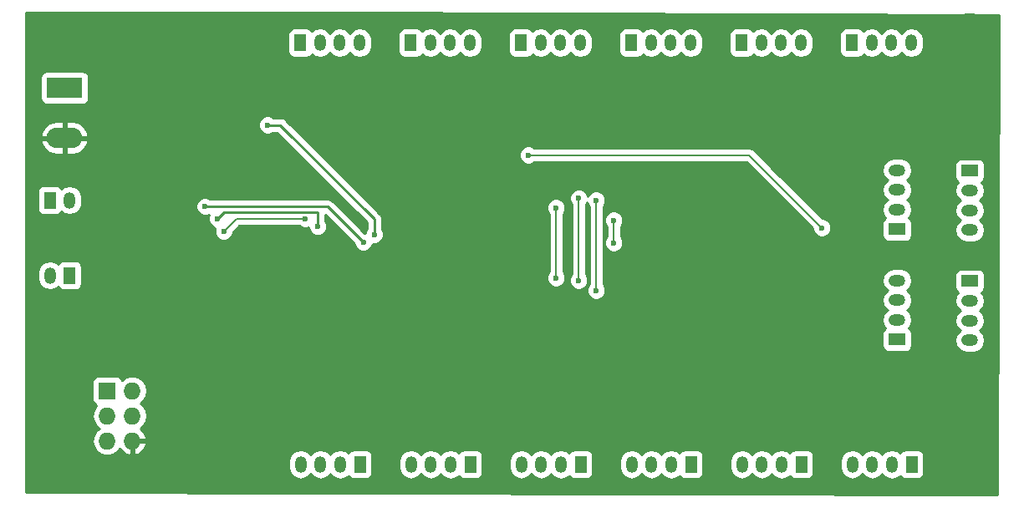
<source format=gbl>
G04 #@! TF.GenerationSoftware,KiCad,Pcbnew,(5.0.0)*
G04 #@! TF.CreationDate,2019-08-07T23:03:13+02:00*
G04 #@! TF.ProjectId,minireklame,6D696E6972656B6C616D652E6B696361,rev?*
G04 #@! TF.SameCoordinates,Original*
G04 #@! TF.FileFunction,Copper,L2,Bot,Signal*
G04 #@! TF.FilePolarity,Positive*
%FSLAX46Y46*%
G04 Gerber Fmt 4.6, Leading zero omitted, Abs format (unit mm)*
G04 Created by KiCad (PCBNEW (5.0.0)) date 08/07/19 23:03:13*
%MOMM*%
%LPD*%
G01*
G04 APERTURE LIST*
G04 #@! TA.AperFunction,ComponentPad*
%ADD10R,1.727200X1.727200*%
G04 #@! TD*
G04 #@! TA.AperFunction,ComponentPad*
%ADD11O,1.727200X1.727200*%
G04 #@! TD*
G04 #@! TA.AperFunction,ComponentPad*
%ADD12R,3.600000X2.080000*%
G04 #@! TD*
G04 #@! TA.AperFunction,ComponentPad*
%ADD13O,3.600000X2.080000*%
G04 #@! TD*
G04 #@! TA.AperFunction,ComponentPad*
%ADD14R,1.200000X1.700000*%
G04 #@! TD*
G04 #@! TA.AperFunction,ComponentPad*
%ADD15O,1.200000X1.700000*%
G04 #@! TD*
G04 #@! TA.AperFunction,ComponentPad*
%ADD16R,1.700000X1.200000*%
G04 #@! TD*
G04 #@! TA.AperFunction,ComponentPad*
%ADD17O,1.700000X1.200000*%
G04 #@! TD*
G04 #@! TA.AperFunction,ViaPad*
%ADD18C,0.600000*%
G04 #@! TD*
G04 #@! TA.AperFunction,ViaPad*
%ADD19C,5.500000*%
G04 #@! TD*
G04 #@! TA.AperFunction,Conductor*
%ADD20C,0.152400*%
G04 #@! TD*
G04 #@! TA.AperFunction,Conductor*
%ADD21C,0.254000*%
G04 #@! TD*
G04 APERTURE END LIST*
D10*
G04 #@! TO.P,P18,1*
G04 #@! TO.N,Net-(IC1-Pad34)*
X78999000Y-88984000D03*
D11*
G04 #@! TO.P,P18,2*
G04 #@! TO.N,+3V3*
X81539000Y-88984000D03*
G04 #@! TO.P,P18,3*
G04 #@! TO.N,Net-(P18-Pad3)*
X78999000Y-91524000D03*
G04 #@! TO.P,P18,4*
G04 #@! TO.N,Net-(P18-Pad4)*
X81539000Y-91524000D03*
G04 #@! TO.P,P18,5*
G04 #@! TO.N,Net-(C7-Pad1)*
X78999000Y-94064000D03*
G04 #@! TO.P,P18,6*
G04 #@! TO.N,GND*
X81539000Y-94064000D03*
G04 #@! TD*
D12*
G04 #@! TO.P,P17,1*
G04 #@! TO.N,Net-(P17-Pad1)*
X74681000Y-58306000D03*
D13*
G04 #@! TO.P,P17,2*
G04 #@! TO.N,GND*
X74681000Y-63386000D03*
G04 #@! TD*
D14*
G04 #@! TO.P,P20,1*
G04 #@! TO.N,Net-(P19-Pad1)*
X75189000Y-77300000D03*
D15*
G04 #@! TO.P,P20,2*
G04 #@! TO.N,Net-(P19-Pad2)*
X73189000Y-77300000D03*
G04 #@! TD*
D14*
G04 #@! TO.P,P19,1*
G04 #@! TO.N,Net-(P19-Pad1)*
X73189000Y-69680000D03*
D15*
G04 #@! TO.P,P19,2*
G04 #@! TO.N,Net-(P19-Pad2)*
X75189000Y-69680000D03*
G04 #@! TD*
D14*
G04 #@! TO.P,P10,1*
G04 #@! TO.N,Net-(P10-Pad1)*
X154437000Y-53728800D03*
D15*
G04 #@! TO.P,P10,2*
G04 #@! TO.N,Net-(P10-Pad2)*
X156437000Y-53728800D03*
G04 #@! TO.P,P10,3*
G04 #@! TO.N,Net-(P10-Pad3)*
X158437000Y-53728800D03*
G04 #@! TO.P,P10,4*
G04 #@! TO.N,+5V*
X160437000Y-53728800D03*
G04 #@! TD*
D16*
G04 #@! TO.P,P7,1*
G04 #@! TO.N,Net-(P7-Pad1)*
X159009000Y-83808000D03*
D17*
G04 #@! TO.P,P7,2*
G04 #@! TO.N,Net-(P7-Pad2)*
X159009000Y-81808000D03*
G04 #@! TO.P,P7,3*
G04 #@! TO.N,Net-(P7-Pad3)*
X159009000Y-79808000D03*
G04 #@! TO.P,P7,4*
G04 #@! TO.N,+5V*
X159009000Y-77808000D03*
G04 #@! TD*
D16*
G04 #@! TO.P,P15,1*
G04 #@! TO.N,Net-(P15-Pad1)*
X166375000Y-66696000D03*
D17*
G04 #@! TO.P,P15,2*
G04 #@! TO.N,Net-(P15-Pad2)*
X166375000Y-68696000D03*
G04 #@! TO.P,P15,3*
G04 #@! TO.N,Net-(P15-Pad3)*
X166375000Y-70696000D03*
G04 #@! TO.P,P15,4*
G04 #@! TO.N,+5V*
X166375000Y-72696000D03*
G04 #@! TD*
D14*
G04 #@! TO.P,P4,1*
G04 #@! TO.N,Net-(P4-Pad1)*
X104599411Y-96451671D03*
D15*
G04 #@! TO.P,P4,2*
G04 #@! TO.N,Net-(P4-Pad2)*
X102599411Y-96451671D03*
G04 #@! TO.P,P4,3*
G04 #@! TO.N,Net-(P4-Pad3)*
X100599411Y-96451671D03*
G04 #@! TO.P,P4,4*
G04 #@! TO.N,+5V*
X98599411Y-96451671D03*
G04 #@! TD*
D14*
G04 #@! TO.P,P14,1*
G04 #@! TO.N,Net-(P14-Pad1)*
X143261000Y-53728800D03*
D15*
G04 #@! TO.P,P14,2*
G04 #@! TO.N,Net-(P14-Pad2)*
X145261000Y-53728800D03*
G04 #@! TO.P,P14,3*
G04 #@! TO.N,Net-(P14-Pad3)*
X147261000Y-53728800D03*
G04 #@! TO.P,P14,4*
G04 #@! TO.N,+5V*
X149261000Y-53728800D03*
G04 #@! TD*
D16*
G04 #@! TO.P,P3,1*
G04 #@! TO.N,Net-(P3-Pad1)*
X166375000Y-77872000D03*
D17*
G04 #@! TO.P,P3,2*
G04 #@! TO.N,Net-(P3-Pad2)*
X166375000Y-79872000D03*
G04 #@! TO.P,P3,3*
G04 #@! TO.N,Net-(P3-Pad3)*
X166375000Y-81872000D03*
G04 #@! TO.P,P3,4*
G04 #@! TO.N,+5V*
X166375000Y-83872000D03*
G04 #@! TD*
D14*
G04 #@! TO.P,P13,1*
G04 #@! TO.N,Net-(P13-Pad1)*
X132085000Y-53728800D03*
D15*
G04 #@! TO.P,P13,2*
G04 #@! TO.N,Net-(P13-Pad2)*
X134085000Y-53728800D03*
G04 #@! TO.P,P13,3*
G04 #@! TO.N,Net-(P13-Pad3)*
X136085000Y-53728800D03*
G04 #@! TO.P,P13,4*
G04 #@! TO.N,+5V*
X138085000Y-53728800D03*
G04 #@! TD*
D14*
G04 #@! TO.P,P2,1*
G04 #@! TO.N,Net-(P2-Pad1)*
X149303411Y-96451671D03*
D15*
G04 #@! TO.P,P2,2*
G04 #@! TO.N,Net-(P2-Pad2)*
X147303411Y-96451671D03*
G04 #@! TO.P,P2,3*
G04 #@! TO.N,Net-(P2-Pad3)*
X145303411Y-96451671D03*
G04 #@! TO.P,P2,4*
G04 #@! TO.N,+5V*
X143303411Y-96451671D03*
G04 #@! TD*
D14*
G04 #@! TO.P,P1,1*
G04 #@! TO.N,Net-(P1-Pad1)*
X138127411Y-96451671D03*
D15*
G04 #@! TO.P,P1,2*
G04 #@! TO.N,Net-(P1-Pad2)*
X136127411Y-96451671D03*
G04 #@! TO.P,P1,3*
G04 #@! TO.N,Net-(P1-Pad3)*
X134127411Y-96451671D03*
G04 #@! TO.P,P1,4*
G04 #@! TO.N,+5V*
X132127411Y-96451671D03*
G04 #@! TD*
D14*
G04 #@! TO.P,P0,1*
G04 #@! TO.N,Net-(P0-Pad1)*
X115775411Y-96451671D03*
D15*
G04 #@! TO.P,P0,2*
G04 #@! TO.N,Net-(P0-Pad2)*
X113775411Y-96451671D03*
G04 #@! TO.P,P0,3*
G04 #@! TO.N,Net-(P0-Pad3)*
X111775411Y-96451671D03*
G04 #@! TO.P,P0,4*
G04 #@! TO.N,+5V*
X109775411Y-96451671D03*
G04 #@! TD*
D14*
G04 #@! TO.P,P8,1*
G04 #@! TO.N,Net-(P8-Pad1)*
X98557000Y-53728800D03*
D15*
G04 #@! TO.P,P8,2*
G04 #@! TO.N,Net-(P8-Pad2)*
X100557000Y-53728800D03*
G04 #@! TO.P,P8,3*
G04 #@! TO.N,Net-(P8-Pad3)*
X102557000Y-53728800D03*
G04 #@! TO.P,P8,4*
G04 #@! TO.N,+5V*
X104557000Y-53728800D03*
G04 #@! TD*
D14*
G04 #@! TO.P,P12,1*
G04 #@! TO.N,Net-(P12-Pad1)*
X109733000Y-53728800D03*
D15*
G04 #@! TO.P,P12,2*
G04 #@! TO.N,Net-(P12-Pad2)*
X111733000Y-53728800D03*
G04 #@! TO.P,P12,3*
G04 #@! TO.N,Net-(P12-Pad3)*
X113733000Y-53728800D03*
G04 #@! TO.P,P12,4*
G04 #@! TO.N,+5V*
X115733000Y-53728800D03*
G04 #@! TD*
D14*
G04 #@! TO.P,P9,1*
G04 #@! TO.N,Net-(P9-Pad1)*
X120909000Y-53728800D03*
D15*
G04 #@! TO.P,P9,2*
G04 #@! TO.N,Net-(P9-Pad2)*
X122909000Y-53728800D03*
G04 #@! TO.P,P9,3*
G04 #@! TO.N,Net-(P9-Pad3)*
X124909000Y-53728800D03*
G04 #@! TO.P,P9,4*
G04 #@! TO.N,+5V*
X126909000Y-53728800D03*
G04 #@! TD*
D16*
G04 #@! TO.P,P11,1*
G04 #@! TO.N,Net-(P11-Pad1)*
X159009000Y-72632000D03*
D17*
G04 #@! TO.P,P11,2*
G04 #@! TO.N,Net-(P11-Pad2)*
X159009000Y-70632000D03*
G04 #@! TO.P,P11,3*
G04 #@! TO.N,Net-(P11-Pad3)*
X159009000Y-68632000D03*
G04 #@! TO.P,P11,4*
G04 #@! TO.N,+5V*
X159009000Y-66632000D03*
G04 #@! TD*
D14*
G04 #@! TO.P,P6,1*
G04 #@! TO.N,Net-(P6-Pad1)*
X160479411Y-96451671D03*
D15*
G04 #@! TO.P,P6,2*
G04 #@! TO.N,Net-(P6-Pad2)*
X158479411Y-96451671D03*
G04 #@! TO.P,P6,3*
G04 #@! TO.N,Net-(P6-Pad3)*
X156479411Y-96451671D03*
G04 #@! TO.P,P6,4*
G04 #@! TO.N,+5V*
X154479411Y-96451671D03*
G04 #@! TD*
D14*
G04 #@! TO.P,P5,1*
G04 #@! TO.N,Net-(P5-Pad1)*
X126951411Y-96451671D03*
D15*
G04 #@! TO.P,P5,2*
G04 #@! TO.N,Net-(P5-Pad2)*
X124951411Y-96451671D03*
G04 #@! TO.P,P5,3*
G04 #@! TO.N,Net-(P5-Pad3)*
X122951411Y-96451671D03*
G04 #@! TO.P,P5,4*
G04 #@! TO.N,+5V*
X120951411Y-96451671D03*
G04 #@! TD*
D18*
G04 #@! TO.N,GND*
X141991000Y-73490000D03*
X140975000Y-73490000D03*
X139705000Y-73490000D03*
X138562000Y-73490000D03*
X137419000Y-73490000D03*
X141991000Y-75776000D03*
X140975000Y-75776000D03*
X139705000Y-75776000D03*
X138562000Y-75776000D03*
X137419000Y-75776000D03*
X139705000Y-77046000D03*
X138562000Y-77046000D03*
X140848000Y-77046000D03*
X141991000Y-77046000D03*
X137419000Y-77046000D03*
X139705000Y-72474000D03*
X140975000Y-72474000D03*
X138562000Y-72474000D03*
X141991000Y-72474000D03*
X137419000Y-72474000D03*
D19*
X166375000Y-53424000D03*
X166375000Y-96604000D03*
X73411000Y-96604000D03*
X73411000Y-53424000D03*
D18*
X114051000Y-85428000D03*
X154437000Y-86698000D03*
X153167000Y-60790000D03*
X137419000Y-74510000D03*
X138562000Y-74510000D03*
X139705000Y-74510000D03*
X140975000Y-74510000D03*
X141991000Y-74510000D03*
X146055000Y-79840000D03*
X150754000Y-84031000D03*
X155453000Y-77046000D03*
X155199000Y-72347000D03*
X145293000Y-68410000D03*
X147960000Y-65997000D03*
X142880000Y-62441000D03*
X147579000Y-57742000D03*
X126624000Y-66886000D03*
X129291000Y-66886000D03*
X131450000Y-67013000D03*
X143007000Y-66378000D03*
X145166000Y-64219000D03*
X124973000Y-63711000D03*
X127640000Y-63838000D03*
X130307000Y-63711000D03*
X115575000Y-65235000D03*
X125100000Y-80221000D03*
X130561000Y-80729000D03*
X130942000Y-84793000D03*
X112146000Y-73617000D03*
X115956000Y-73744000D03*
X119258000Y-73871000D03*
X112019000Y-76157000D03*
X115702000Y-76157000D03*
X118877000Y-76411000D03*
X113035000Y-78570000D03*
X103637000Y-83142000D03*
X106431000Y-77300000D03*
X92334000Y-75268000D03*
X92080000Y-77427000D03*
X100081000Y-75014000D03*
X99954000Y-77554000D03*
X96652000Y-68791000D03*
X96398000Y-65235000D03*
X96144000Y-75141000D03*
X96398000Y-77300000D03*
X96144000Y-60663000D03*
X88377000Y-78844000D03*
X83952000Y-82380000D03*
X86111000Y-85174000D03*
X88270000Y-86825000D03*
X72268000Y-81491000D03*
X72649000Y-84412000D03*
X72776000Y-87714000D03*
X75062000Y-91651000D03*
X93985000Y-97493000D03*
X101478000Y-91143000D03*
X78491000Y-71204000D03*
X152913000Y-66505000D03*
X155580000Y-66632000D03*
X152024000Y-68664000D03*
X154818000Y-68664000D03*
X155326000Y-80729000D03*
X109479000Y-65636000D03*
G04 #@! TO.N,Net-(IC1-Pad13)*
X124465000Y-70442000D03*
X124465002Y-77554002D03*
G04 #@! TO.N,Net-(IC1-Pad14)*
X130306994Y-71712000D03*
X130306994Y-73998000D03*
G04 #@! TO.N,Net-(IC1-Pad15)*
X126751000Y-77807996D03*
X126764625Y-69485202D03*
G04 #@! TO.N,Net-(IC1-Pad16)*
X121671000Y-65108004D03*
X151389000Y-72473994D03*
G04 #@! TO.N,Net-(IC1-Pad17)*
X128529000Y-78824000D03*
X128529000Y-69680000D03*
G04 #@! TO.N,Net-(IC1-Pad24)*
X99065000Y-71560000D03*
X90810000Y-72855000D03*
G04 #@! TO.N,Net-(IC1-Pad25)*
X100335000Y-72360000D03*
X90175000Y-71585000D03*
G04 #@! TO.N,Net-(IC1-Pad26)*
X106050000Y-73160000D03*
X95255000Y-62060000D03*
G04 #@! TO.N,Net-(IC1-Pad27)*
X88905000Y-70315000D03*
X104945000Y-73960000D03*
G04 #@! TD*
D20*
G04 #@! TO.N,Net-(IC1-Pad13)*
X124465002Y-70442002D02*
X124465000Y-70442000D01*
X124465002Y-77554002D02*
X124465002Y-70442002D01*
G04 #@! TO.N,Net-(IC1-Pad14)*
X130306994Y-73998000D02*
X130306994Y-71712000D01*
G04 #@! TO.N,Net-(IC1-Pad15)*
X126764625Y-77794371D02*
X126751000Y-77807996D01*
X126764625Y-69485202D02*
X126764625Y-77794371D01*
G04 #@! TO.N,Net-(IC1-Pad16)*
X122095264Y-65108004D02*
X121671000Y-65108004D01*
X151389000Y-72473994D02*
X144023010Y-65108004D01*
X144023010Y-65108004D02*
X122095264Y-65108004D01*
G04 #@! TO.N,Net-(IC1-Pad17)*
X128529000Y-69680000D02*
X128529000Y-78824000D01*
G04 #@! TO.N,Net-(IC1-Pad24)*
X99065000Y-71560000D02*
X92105000Y-71560000D01*
X92105000Y-71560000D02*
X90810000Y-72855000D01*
X90810000Y-72855000D02*
X90810000Y-72855000D01*
D21*
G04 #@! TO.N,Net-(IC1-Pad25)*
X100335000Y-72360000D02*
X100335000Y-70950000D01*
X100317999Y-70932999D02*
X90827001Y-70932999D01*
X100335000Y-70950000D02*
X100317999Y-70932999D01*
X90827001Y-70932999D02*
X90175000Y-71585000D01*
X90175000Y-71585000D02*
X90175000Y-71585000D01*
G04 #@! TO.N,Net-(IC1-Pad26)*
X106050000Y-73160000D02*
X106050000Y-71585000D01*
X106050000Y-71585000D02*
X96525000Y-62060000D01*
X95255000Y-62060000D02*
X96525000Y-62060000D01*
G04 #@! TO.N,Net-(IC1-Pad27)*
X101300000Y-70315000D02*
X104945000Y-73960000D01*
X88905000Y-70315000D02*
X101300000Y-70315000D01*
G04 #@! TD*
G04 #@! TO.N,GND*
G36*
X169295670Y-50883673D02*
X169169330Y-99524673D01*
X70744000Y-99271326D01*
X70744000Y-96080035D01*
X97364411Y-96080035D01*
X97364411Y-96823306D01*
X97436067Y-97183543D01*
X97709026Y-97592056D01*
X98117538Y-97865015D01*
X98599411Y-97960866D01*
X99081283Y-97865015D01*
X99489796Y-97592056D01*
X99599411Y-97428005D01*
X99709026Y-97592056D01*
X100117538Y-97865015D01*
X100599411Y-97960866D01*
X101081283Y-97865015D01*
X101489796Y-97592056D01*
X101599411Y-97428005D01*
X101709026Y-97592056D01*
X102117538Y-97865015D01*
X102599411Y-97960866D01*
X103081283Y-97865015D01*
X103448271Y-97619802D01*
X103541602Y-97759480D01*
X103751646Y-97899828D01*
X103999411Y-97949111D01*
X105199411Y-97949111D01*
X105447176Y-97899828D01*
X105657220Y-97759480D01*
X105797568Y-97549436D01*
X105846851Y-97301671D01*
X105846851Y-96080035D01*
X108540411Y-96080035D01*
X108540411Y-96823306D01*
X108612067Y-97183543D01*
X108885026Y-97592056D01*
X109293538Y-97865015D01*
X109775411Y-97960866D01*
X110257283Y-97865015D01*
X110665796Y-97592056D01*
X110775411Y-97428005D01*
X110885026Y-97592056D01*
X111293538Y-97865015D01*
X111775411Y-97960866D01*
X112257283Y-97865015D01*
X112665796Y-97592056D01*
X112775411Y-97428005D01*
X112885026Y-97592056D01*
X113293538Y-97865015D01*
X113775411Y-97960866D01*
X114257283Y-97865015D01*
X114624271Y-97619802D01*
X114717602Y-97759480D01*
X114927646Y-97899828D01*
X115175411Y-97949111D01*
X116375411Y-97949111D01*
X116623176Y-97899828D01*
X116833220Y-97759480D01*
X116973568Y-97549436D01*
X117022851Y-97301671D01*
X117022851Y-96080035D01*
X119716411Y-96080035D01*
X119716411Y-96823306D01*
X119788067Y-97183543D01*
X120061026Y-97592056D01*
X120469538Y-97865015D01*
X120951411Y-97960866D01*
X121433283Y-97865015D01*
X121841796Y-97592056D01*
X121951411Y-97428005D01*
X122061026Y-97592056D01*
X122469538Y-97865015D01*
X122951411Y-97960866D01*
X123433283Y-97865015D01*
X123841796Y-97592056D01*
X123951411Y-97428005D01*
X124061026Y-97592056D01*
X124469538Y-97865015D01*
X124951411Y-97960866D01*
X125433283Y-97865015D01*
X125800271Y-97619802D01*
X125893602Y-97759480D01*
X126103646Y-97899828D01*
X126351411Y-97949111D01*
X127551411Y-97949111D01*
X127799176Y-97899828D01*
X128009220Y-97759480D01*
X128149568Y-97549436D01*
X128198851Y-97301671D01*
X128198851Y-96080035D01*
X130892411Y-96080035D01*
X130892411Y-96823306D01*
X130964067Y-97183543D01*
X131237026Y-97592056D01*
X131645538Y-97865015D01*
X132127411Y-97960866D01*
X132609283Y-97865015D01*
X133017796Y-97592056D01*
X133127411Y-97428005D01*
X133237026Y-97592056D01*
X133645538Y-97865015D01*
X134127411Y-97960866D01*
X134609283Y-97865015D01*
X135017796Y-97592056D01*
X135127411Y-97428005D01*
X135237026Y-97592056D01*
X135645538Y-97865015D01*
X136127411Y-97960866D01*
X136609283Y-97865015D01*
X136976271Y-97619802D01*
X137069602Y-97759480D01*
X137279646Y-97899828D01*
X137527411Y-97949111D01*
X138727411Y-97949111D01*
X138975176Y-97899828D01*
X139185220Y-97759480D01*
X139325568Y-97549436D01*
X139374851Y-97301671D01*
X139374851Y-96080035D01*
X142068411Y-96080035D01*
X142068411Y-96823306D01*
X142140067Y-97183543D01*
X142413026Y-97592056D01*
X142821538Y-97865015D01*
X143303411Y-97960866D01*
X143785283Y-97865015D01*
X144193796Y-97592056D01*
X144303411Y-97428005D01*
X144413026Y-97592056D01*
X144821538Y-97865015D01*
X145303411Y-97960866D01*
X145785283Y-97865015D01*
X146193796Y-97592056D01*
X146303411Y-97428005D01*
X146413026Y-97592056D01*
X146821538Y-97865015D01*
X147303411Y-97960866D01*
X147785283Y-97865015D01*
X148152271Y-97619802D01*
X148245602Y-97759480D01*
X148455646Y-97899828D01*
X148703411Y-97949111D01*
X149903411Y-97949111D01*
X150151176Y-97899828D01*
X150361220Y-97759480D01*
X150501568Y-97549436D01*
X150550851Y-97301671D01*
X150550851Y-96080035D01*
X153244411Y-96080035D01*
X153244411Y-96823306D01*
X153316067Y-97183543D01*
X153589026Y-97592056D01*
X153997538Y-97865015D01*
X154479411Y-97960866D01*
X154961283Y-97865015D01*
X155369796Y-97592056D01*
X155479411Y-97428005D01*
X155589026Y-97592056D01*
X155997538Y-97865015D01*
X156479411Y-97960866D01*
X156961283Y-97865015D01*
X157369796Y-97592056D01*
X157479411Y-97428005D01*
X157589026Y-97592056D01*
X157997538Y-97865015D01*
X158479411Y-97960866D01*
X158961283Y-97865015D01*
X159328271Y-97619802D01*
X159421602Y-97759480D01*
X159631646Y-97899828D01*
X159879411Y-97949111D01*
X161079411Y-97949111D01*
X161327176Y-97899828D01*
X161537220Y-97759480D01*
X161677568Y-97549436D01*
X161726851Y-97301671D01*
X161726851Y-95601671D01*
X161677568Y-95353906D01*
X161537220Y-95143862D01*
X161327176Y-95003514D01*
X161079411Y-94954231D01*
X159879411Y-94954231D01*
X159631646Y-95003514D01*
X159421602Y-95143862D01*
X159328271Y-95283540D01*
X158961284Y-95038327D01*
X158479411Y-94942476D01*
X157997539Y-95038327D01*
X157589027Y-95311286D01*
X157479411Y-95475337D01*
X157369796Y-95311286D01*
X156961284Y-95038327D01*
X156479411Y-94942476D01*
X155997539Y-95038327D01*
X155589027Y-95311286D01*
X155479411Y-95475337D01*
X155369796Y-95311286D01*
X154961284Y-95038327D01*
X154479411Y-94942476D01*
X153997539Y-95038327D01*
X153589027Y-95311286D01*
X153316067Y-95719798D01*
X153244411Y-96080035D01*
X150550851Y-96080035D01*
X150550851Y-95601671D01*
X150501568Y-95353906D01*
X150361220Y-95143862D01*
X150151176Y-95003514D01*
X149903411Y-94954231D01*
X148703411Y-94954231D01*
X148455646Y-95003514D01*
X148245602Y-95143862D01*
X148152271Y-95283540D01*
X147785284Y-95038327D01*
X147303411Y-94942476D01*
X146821539Y-95038327D01*
X146413027Y-95311286D01*
X146303411Y-95475337D01*
X146193796Y-95311286D01*
X145785284Y-95038327D01*
X145303411Y-94942476D01*
X144821539Y-95038327D01*
X144413027Y-95311286D01*
X144303411Y-95475337D01*
X144193796Y-95311286D01*
X143785284Y-95038327D01*
X143303411Y-94942476D01*
X142821539Y-95038327D01*
X142413027Y-95311286D01*
X142140067Y-95719798D01*
X142068411Y-96080035D01*
X139374851Y-96080035D01*
X139374851Y-95601671D01*
X139325568Y-95353906D01*
X139185220Y-95143862D01*
X138975176Y-95003514D01*
X138727411Y-94954231D01*
X137527411Y-94954231D01*
X137279646Y-95003514D01*
X137069602Y-95143862D01*
X136976271Y-95283540D01*
X136609284Y-95038327D01*
X136127411Y-94942476D01*
X135645539Y-95038327D01*
X135237027Y-95311286D01*
X135127411Y-95475337D01*
X135017796Y-95311286D01*
X134609284Y-95038327D01*
X134127411Y-94942476D01*
X133645539Y-95038327D01*
X133237027Y-95311286D01*
X133127411Y-95475337D01*
X133017796Y-95311286D01*
X132609284Y-95038327D01*
X132127411Y-94942476D01*
X131645539Y-95038327D01*
X131237027Y-95311286D01*
X130964067Y-95719798D01*
X130892411Y-96080035D01*
X128198851Y-96080035D01*
X128198851Y-95601671D01*
X128149568Y-95353906D01*
X128009220Y-95143862D01*
X127799176Y-95003514D01*
X127551411Y-94954231D01*
X126351411Y-94954231D01*
X126103646Y-95003514D01*
X125893602Y-95143862D01*
X125800271Y-95283540D01*
X125433284Y-95038327D01*
X124951411Y-94942476D01*
X124469539Y-95038327D01*
X124061027Y-95311286D01*
X123951411Y-95475337D01*
X123841796Y-95311286D01*
X123433284Y-95038327D01*
X122951411Y-94942476D01*
X122469539Y-95038327D01*
X122061027Y-95311286D01*
X121951411Y-95475337D01*
X121841796Y-95311286D01*
X121433284Y-95038327D01*
X120951411Y-94942476D01*
X120469539Y-95038327D01*
X120061027Y-95311286D01*
X119788067Y-95719798D01*
X119716411Y-96080035D01*
X117022851Y-96080035D01*
X117022851Y-95601671D01*
X116973568Y-95353906D01*
X116833220Y-95143862D01*
X116623176Y-95003514D01*
X116375411Y-94954231D01*
X115175411Y-94954231D01*
X114927646Y-95003514D01*
X114717602Y-95143862D01*
X114624271Y-95283540D01*
X114257284Y-95038327D01*
X113775411Y-94942476D01*
X113293539Y-95038327D01*
X112885027Y-95311286D01*
X112775411Y-95475337D01*
X112665796Y-95311286D01*
X112257284Y-95038327D01*
X111775411Y-94942476D01*
X111293539Y-95038327D01*
X110885027Y-95311286D01*
X110775411Y-95475337D01*
X110665796Y-95311286D01*
X110257284Y-95038327D01*
X109775411Y-94942476D01*
X109293539Y-95038327D01*
X108885027Y-95311286D01*
X108612067Y-95719798D01*
X108540411Y-96080035D01*
X105846851Y-96080035D01*
X105846851Y-95601671D01*
X105797568Y-95353906D01*
X105657220Y-95143862D01*
X105447176Y-95003514D01*
X105199411Y-94954231D01*
X103999411Y-94954231D01*
X103751646Y-95003514D01*
X103541602Y-95143862D01*
X103448271Y-95283540D01*
X103081284Y-95038327D01*
X102599411Y-94942476D01*
X102117539Y-95038327D01*
X101709027Y-95311286D01*
X101599411Y-95475337D01*
X101489796Y-95311286D01*
X101081284Y-95038327D01*
X100599411Y-94942476D01*
X100117539Y-95038327D01*
X99709027Y-95311286D01*
X99599411Y-95475337D01*
X99489796Y-95311286D01*
X99081284Y-95038327D01*
X98599411Y-94942476D01*
X98117539Y-95038327D01*
X97709027Y-95311286D01*
X97436067Y-95719798D01*
X97364411Y-96080035D01*
X70744000Y-96080035D01*
X70744000Y-91524000D01*
X77471041Y-91524000D01*
X77587350Y-92108725D01*
X77918570Y-92604430D01*
X78202281Y-92794000D01*
X77918570Y-92983570D01*
X77587350Y-93479275D01*
X77471041Y-94064000D01*
X77587350Y-94648725D01*
X77918570Y-95144430D01*
X78414275Y-95475650D01*
X78851402Y-95562600D01*
X79146598Y-95562600D01*
X79583725Y-95475650D01*
X80079430Y-95144430D01*
X80280854Y-94842979D01*
X80332179Y-94952490D01*
X80764053Y-95346688D01*
X81179974Y-95518958D01*
X81412000Y-95397817D01*
X81412000Y-94191000D01*
X81666000Y-94191000D01*
X81666000Y-95397817D01*
X81898026Y-95518958D01*
X82313947Y-95346688D01*
X82745821Y-94952490D01*
X82993968Y-94423027D01*
X82873469Y-94191000D01*
X81666000Y-94191000D01*
X81412000Y-94191000D01*
X81392000Y-94191000D01*
X81392000Y-93937000D01*
X81412000Y-93937000D01*
X81412000Y-93917000D01*
X81666000Y-93917000D01*
X81666000Y-93937000D01*
X82873469Y-93937000D01*
X82993968Y-93704973D01*
X82745821Y-93175510D01*
X82331174Y-92797037D01*
X82619430Y-92604430D01*
X82950650Y-92108725D01*
X83066959Y-91524000D01*
X82950650Y-90939275D01*
X82619430Y-90443570D01*
X82335719Y-90254000D01*
X82619430Y-90064430D01*
X82950650Y-89568725D01*
X83066959Y-88984000D01*
X82950650Y-88399275D01*
X82619430Y-87903570D01*
X82123725Y-87572350D01*
X81686598Y-87485400D01*
X81391402Y-87485400D01*
X80954275Y-87572350D01*
X80465932Y-87898651D01*
X80460757Y-87872635D01*
X80320409Y-87662591D01*
X80110365Y-87522243D01*
X79862600Y-87472960D01*
X78135400Y-87472960D01*
X77887635Y-87522243D01*
X77677591Y-87662591D01*
X77537243Y-87872635D01*
X77487960Y-88120400D01*
X77487960Y-89847600D01*
X77537243Y-90095365D01*
X77677591Y-90305409D01*
X77887635Y-90445757D01*
X77913651Y-90450932D01*
X77587350Y-90939275D01*
X77471041Y-91524000D01*
X70744000Y-91524000D01*
X70744000Y-76928364D01*
X71954000Y-76928364D01*
X71954000Y-77671635D01*
X72025656Y-78031872D01*
X72298615Y-78440385D01*
X72707127Y-78713344D01*
X73189000Y-78809195D01*
X73670872Y-78713344D01*
X74037860Y-78468131D01*
X74131191Y-78607809D01*
X74341235Y-78748157D01*
X74589000Y-78797440D01*
X75789000Y-78797440D01*
X76036765Y-78748157D01*
X76246809Y-78607809D01*
X76387157Y-78397765D01*
X76436440Y-78150000D01*
X76436440Y-76450000D01*
X76387157Y-76202235D01*
X76246809Y-75992191D01*
X76036765Y-75851843D01*
X75789000Y-75802560D01*
X74589000Y-75802560D01*
X74341235Y-75851843D01*
X74131191Y-75992191D01*
X74037860Y-76131869D01*
X73670873Y-75886656D01*
X73189000Y-75790805D01*
X72707128Y-75886656D01*
X72298616Y-76159615D01*
X72025656Y-76568127D01*
X71954000Y-76928364D01*
X70744000Y-76928364D01*
X70744000Y-68830000D01*
X71941560Y-68830000D01*
X71941560Y-70530000D01*
X71990843Y-70777765D01*
X72131191Y-70987809D01*
X72341235Y-71128157D01*
X72589000Y-71177440D01*
X73789000Y-71177440D01*
X74036765Y-71128157D01*
X74246809Y-70987809D01*
X74340140Y-70848130D01*
X74707128Y-71093344D01*
X75189000Y-71189195D01*
X75670873Y-71093344D01*
X76079385Y-70820385D01*
X76352344Y-70411872D01*
X76408607Y-70129017D01*
X87970000Y-70129017D01*
X87970000Y-70500983D01*
X88112345Y-70844635D01*
X88375365Y-71107655D01*
X88719017Y-71250000D01*
X89090983Y-71250000D01*
X89345371Y-71144629D01*
X89240000Y-71399017D01*
X89240000Y-71770983D01*
X89382345Y-72114635D01*
X89645365Y-72377655D01*
X89944383Y-72501512D01*
X89875000Y-72669017D01*
X89875000Y-73040983D01*
X90017345Y-73384635D01*
X90280365Y-73647655D01*
X90624017Y-73790000D01*
X90995983Y-73790000D01*
X91339635Y-73647655D01*
X91602655Y-73384635D01*
X91745000Y-73040983D01*
X91745000Y-72925788D01*
X92399589Y-72271200D01*
X98453910Y-72271200D01*
X98535365Y-72352655D01*
X98879017Y-72495000D01*
X99250983Y-72495000D01*
X99400000Y-72433275D01*
X99400000Y-72545983D01*
X99542345Y-72889635D01*
X99805365Y-73152655D01*
X100149017Y-73295000D01*
X100520983Y-73295000D01*
X100864635Y-73152655D01*
X101127655Y-72889635D01*
X101270000Y-72545983D01*
X101270000Y-72174017D01*
X101127655Y-71830365D01*
X101097000Y-71799710D01*
X101097000Y-71189630D01*
X104010000Y-74102631D01*
X104010000Y-74145983D01*
X104152345Y-74489635D01*
X104415365Y-74752655D01*
X104759017Y-74895000D01*
X105130983Y-74895000D01*
X105474635Y-74752655D01*
X105737655Y-74489635D01*
X105880000Y-74145983D01*
X105880000Y-74095000D01*
X106235983Y-74095000D01*
X106579635Y-73952655D01*
X106842655Y-73689635D01*
X106985000Y-73345983D01*
X106985000Y-72974017D01*
X106842655Y-72630365D01*
X106812000Y-72599710D01*
X106812000Y-71660042D01*
X106826927Y-71584999D01*
X106812000Y-71509956D01*
X106812000Y-71509952D01*
X106767788Y-71287683D01*
X106740817Y-71247317D01*
X106641882Y-71099251D01*
X106599371Y-71035629D01*
X106535749Y-70993118D01*
X105798648Y-70256017D01*
X123530000Y-70256017D01*
X123530000Y-70627983D01*
X123672345Y-70971635D01*
X123753803Y-71053093D01*
X123753802Y-76942912D01*
X123672347Y-77024367D01*
X123530002Y-77368019D01*
X123530002Y-77739985D01*
X123672347Y-78083637D01*
X123935367Y-78346657D01*
X124279019Y-78489002D01*
X124650985Y-78489002D01*
X124994637Y-78346657D01*
X125257657Y-78083637D01*
X125400002Y-77739985D01*
X125400002Y-77622013D01*
X125816000Y-77622013D01*
X125816000Y-77993979D01*
X125958345Y-78337631D01*
X126221365Y-78600651D01*
X126565017Y-78742996D01*
X126936983Y-78742996D01*
X127280635Y-78600651D01*
X127543655Y-78337631D01*
X127686000Y-77993979D01*
X127686000Y-77622013D01*
X127543655Y-77278361D01*
X127475825Y-77210531D01*
X127475825Y-70096292D01*
X127557280Y-70014837D01*
X127606469Y-69896085D01*
X127736345Y-70209635D01*
X127817800Y-70291090D01*
X127817801Y-78212909D01*
X127736345Y-78294365D01*
X127594000Y-78638017D01*
X127594000Y-79009983D01*
X127736345Y-79353635D01*
X127999365Y-79616655D01*
X128343017Y-79759000D01*
X128714983Y-79759000D01*
X129058635Y-79616655D01*
X129321655Y-79353635D01*
X129464000Y-79009983D01*
X129464000Y-78638017D01*
X129321655Y-78294365D01*
X129240200Y-78212910D01*
X129240200Y-77808000D01*
X157499805Y-77808000D01*
X157595656Y-78289873D01*
X157868615Y-78698385D01*
X158032665Y-78808000D01*
X157868615Y-78917615D01*
X157595656Y-79326127D01*
X157499805Y-79808000D01*
X157595656Y-80289873D01*
X157868615Y-80698385D01*
X158032665Y-80808000D01*
X157868615Y-80917615D01*
X157595656Y-81326127D01*
X157499805Y-81808000D01*
X157595656Y-82289873D01*
X157840869Y-82656860D01*
X157701191Y-82750191D01*
X157560843Y-82960235D01*
X157511560Y-83208000D01*
X157511560Y-84408000D01*
X157560843Y-84655765D01*
X157701191Y-84865809D01*
X157911235Y-85006157D01*
X158159000Y-85055440D01*
X159859000Y-85055440D01*
X160106765Y-85006157D01*
X160316809Y-84865809D01*
X160457157Y-84655765D01*
X160506440Y-84408000D01*
X160506440Y-83208000D01*
X160457157Y-82960235D01*
X160316809Y-82750191D01*
X160177131Y-82656860D01*
X160422344Y-82289873D01*
X160518195Y-81808000D01*
X160422344Y-81326127D01*
X160149385Y-80917615D01*
X159985335Y-80808000D01*
X160149385Y-80698385D01*
X160422344Y-80289873D01*
X160505464Y-79872000D01*
X164865805Y-79872000D01*
X164961656Y-80353873D01*
X165234615Y-80762385D01*
X165398665Y-80872000D01*
X165234615Y-80981615D01*
X164961656Y-81390127D01*
X164865805Y-81872000D01*
X164961656Y-82353873D01*
X165234615Y-82762385D01*
X165398665Y-82872000D01*
X165234615Y-82981615D01*
X164961656Y-83390127D01*
X164865805Y-83872000D01*
X164961656Y-84353873D01*
X165234615Y-84762385D01*
X165643127Y-85035344D01*
X166003364Y-85107000D01*
X166746636Y-85107000D01*
X167106873Y-85035344D01*
X167515385Y-84762385D01*
X167788344Y-84353873D01*
X167884195Y-83872000D01*
X167788344Y-83390127D01*
X167515385Y-82981615D01*
X167351335Y-82872000D01*
X167515385Y-82762385D01*
X167788344Y-82353873D01*
X167884195Y-81872000D01*
X167788344Y-81390127D01*
X167515385Y-80981615D01*
X167351335Y-80872000D01*
X167515385Y-80762385D01*
X167788344Y-80353873D01*
X167884195Y-79872000D01*
X167788344Y-79390127D01*
X167543131Y-79023140D01*
X167682809Y-78929809D01*
X167823157Y-78719765D01*
X167872440Y-78472000D01*
X167872440Y-77272000D01*
X167823157Y-77024235D01*
X167682809Y-76814191D01*
X167472765Y-76673843D01*
X167225000Y-76624560D01*
X165525000Y-76624560D01*
X165277235Y-76673843D01*
X165067191Y-76814191D01*
X164926843Y-77024235D01*
X164877560Y-77272000D01*
X164877560Y-78472000D01*
X164926843Y-78719765D01*
X165067191Y-78929809D01*
X165206869Y-79023140D01*
X164961656Y-79390127D01*
X164865805Y-79872000D01*
X160505464Y-79872000D01*
X160518195Y-79808000D01*
X160422344Y-79326127D01*
X160149385Y-78917615D01*
X159985335Y-78808000D01*
X160149385Y-78698385D01*
X160422344Y-78289873D01*
X160518195Y-77808000D01*
X160422344Y-77326127D01*
X160149385Y-76917615D01*
X159740873Y-76644656D01*
X159380636Y-76573000D01*
X158637364Y-76573000D01*
X158277127Y-76644656D01*
X157868615Y-76917615D01*
X157595656Y-77326127D01*
X157499805Y-77808000D01*
X129240200Y-77808000D01*
X129240200Y-71526017D01*
X129371994Y-71526017D01*
X129371994Y-71897983D01*
X129514339Y-72241635D01*
X129595795Y-72323091D01*
X129595794Y-73386910D01*
X129514339Y-73468365D01*
X129371994Y-73812017D01*
X129371994Y-74183983D01*
X129514339Y-74527635D01*
X129777359Y-74790655D01*
X130121011Y-74933000D01*
X130492977Y-74933000D01*
X130836629Y-74790655D01*
X131099649Y-74527635D01*
X131241994Y-74183983D01*
X131241994Y-73812017D01*
X131099649Y-73468365D01*
X131018194Y-73386910D01*
X131018194Y-72323090D01*
X131099649Y-72241635D01*
X131241994Y-71897983D01*
X131241994Y-71526017D01*
X131099649Y-71182365D01*
X130836629Y-70919345D01*
X130492977Y-70777000D01*
X130121011Y-70777000D01*
X129777359Y-70919345D01*
X129514339Y-71182365D01*
X129371994Y-71526017D01*
X129240200Y-71526017D01*
X129240200Y-70291090D01*
X129321655Y-70209635D01*
X129464000Y-69865983D01*
X129464000Y-69494017D01*
X129321655Y-69150365D01*
X129058635Y-68887345D01*
X128714983Y-68745000D01*
X128343017Y-68745000D01*
X127999365Y-68887345D01*
X127736345Y-69150365D01*
X127687156Y-69269117D01*
X127557280Y-68955567D01*
X127294260Y-68692547D01*
X126950608Y-68550202D01*
X126578642Y-68550202D01*
X126234990Y-68692547D01*
X125971970Y-68955567D01*
X125829625Y-69299219D01*
X125829625Y-69671185D01*
X125971970Y-70014837D01*
X126053425Y-70096292D01*
X126053426Y-77183280D01*
X125958345Y-77278361D01*
X125816000Y-77622013D01*
X125400002Y-77622013D01*
X125400002Y-77368019D01*
X125257657Y-77024367D01*
X125176202Y-76942912D01*
X125176202Y-71053088D01*
X125257655Y-70971635D01*
X125400000Y-70627983D01*
X125400000Y-70256017D01*
X125257655Y-69912365D01*
X124994635Y-69649345D01*
X124650983Y-69507000D01*
X124279017Y-69507000D01*
X123935365Y-69649345D01*
X123672345Y-69912365D01*
X123530000Y-70256017D01*
X105798648Y-70256017D01*
X100464652Y-64922021D01*
X120736000Y-64922021D01*
X120736000Y-65293987D01*
X120878345Y-65637639D01*
X121141365Y-65900659D01*
X121485017Y-66043004D01*
X121856983Y-66043004D01*
X122200635Y-65900659D01*
X122282090Y-65819204D01*
X143728422Y-65819204D01*
X150454000Y-72544783D01*
X150454000Y-72659977D01*
X150596345Y-73003629D01*
X150859365Y-73266649D01*
X151203017Y-73408994D01*
X151574983Y-73408994D01*
X151918635Y-73266649D01*
X152181655Y-73003629D01*
X152324000Y-72659977D01*
X152324000Y-72288011D01*
X152181655Y-71944359D01*
X151918635Y-71681339D01*
X151574983Y-71538994D01*
X151459789Y-71538994D01*
X146552795Y-66632000D01*
X157499805Y-66632000D01*
X157595656Y-67113873D01*
X157868615Y-67522385D01*
X158032665Y-67632000D01*
X157868615Y-67741615D01*
X157595656Y-68150127D01*
X157499805Y-68632000D01*
X157595656Y-69113873D01*
X157868615Y-69522385D01*
X158032665Y-69632000D01*
X157868615Y-69741615D01*
X157595656Y-70150127D01*
X157499805Y-70632000D01*
X157595656Y-71113873D01*
X157840869Y-71480860D01*
X157701191Y-71574191D01*
X157560843Y-71784235D01*
X157511560Y-72032000D01*
X157511560Y-73232000D01*
X157560843Y-73479765D01*
X157701191Y-73689809D01*
X157911235Y-73830157D01*
X158159000Y-73879440D01*
X159859000Y-73879440D01*
X160106765Y-73830157D01*
X160316809Y-73689809D01*
X160457157Y-73479765D01*
X160506440Y-73232000D01*
X160506440Y-72032000D01*
X160457157Y-71784235D01*
X160316809Y-71574191D01*
X160177131Y-71480860D01*
X160422344Y-71113873D01*
X160518195Y-70632000D01*
X160422344Y-70150127D01*
X160149385Y-69741615D01*
X159985335Y-69632000D01*
X160149385Y-69522385D01*
X160422344Y-69113873D01*
X160505464Y-68696000D01*
X164865805Y-68696000D01*
X164961656Y-69177873D01*
X165234615Y-69586385D01*
X165398665Y-69696000D01*
X165234615Y-69805615D01*
X164961656Y-70214127D01*
X164865805Y-70696000D01*
X164961656Y-71177873D01*
X165234615Y-71586385D01*
X165398665Y-71696000D01*
X165234615Y-71805615D01*
X164961656Y-72214127D01*
X164865805Y-72696000D01*
X164961656Y-73177873D01*
X165234615Y-73586385D01*
X165643127Y-73859344D01*
X166003364Y-73931000D01*
X166746636Y-73931000D01*
X167106873Y-73859344D01*
X167515385Y-73586385D01*
X167788344Y-73177873D01*
X167884195Y-72696000D01*
X167788344Y-72214127D01*
X167515385Y-71805615D01*
X167351335Y-71696000D01*
X167515385Y-71586385D01*
X167788344Y-71177873D01*
X167884195Y-70696000D01*
X167788344Y-70214127D01*
X167515385Y-69805615D01*
X167351335Y-69696000D01*
X167515385Y-69586385D01*
X167788344Y-69177873D01*
X167884195Y-68696000D01*
X167788344Y-68214127D01*
X167543131Y-67847140D01*
X167682809Y-67753809D01*
X167823157Y-67543765D01*
X167872440Y-67296000D01*
X167872440Y-66096000D01*
X167823157Y-65848235D01*
X167682809Y-65638191D01*
X167472765Y-65497843D01*
X167225000Y-65448560D01*
X165525000Y-65448560D01*
X165277235Y-65497843D01*
X165067191Y-65638191D01*
X164926843Y-65848235D01*
X164877560Y-66096000D01*
X164877560Y-67296000D01*
X164926843Y-67543765D01*
X165067191Y-67753809D01*
X165206869Y-67847140D01*
X164961656Y-68214127D01*
X164865805Y-68696000D01*
X160505464Y-68696000D01*
X160518195Y-68632000D01*
X160422344Y-68150127D01*
X160149385Y-67741615D01*
X159985335Y-67632000D01*
X160149385Y-67522385D01*
X160422344Y-67113873D01*
X160518195Y-66632000D01*
X160422344Y-66150127D01*
X160149385Y-65741615D01*
X159740873Y-65468656D01*
X159380636Y-65397000D01*
X158637364Y-65397000D01*
X158277127Y-65468656D01*
X157868615Y-65741615D01*
X157595656Y-66150127D01*
X157499805Y-66632000D01*
X146552795Y-66632000D01*
X144575434Y-64654640D01*
X144535756Y-64595258D01*
X144300506Y-64438068D01*
X144093056Y-64396804D01*
X144093051Y-64396804D01*
X144023010Y-64382872D01*
X143952969Y-64396804D01*
X122282090Y-64396804D01*
X122200635Y-64315349D01*
X121856983Y-64173004D01*
X121485017Y-64173004D01*
X121141365Y-64315349D01*
X120878345Y-64578369D01*
X120736000Y-64922021D01*
X100464652Y-64922021D01*
X97116883Y-61574253D01*
X97074371Y-61510629D01*
X96822317Y-61342212D01*
X96600048Y-61298000D01*
X96600043Y-61298000D01*
X96525000Y-61283073D01*
X96449957Y-61298000D01*
X95815290Y-61298000D01*
X95784635Y-61267345D01*
X95440983Y-61125000D01*
X95069017Y-61125000D01*
X94725365Y-61267345D01*
X94462345Y-61530365D01*
X94320000Y-61874017D01*
X94320000Y-62245983D01*
X94462345Y-62589635D01*
X94725365Y-62852655D01*
X95069017Y-62995000D01*
X95440983Y-62995000D01*
X95784635Y-62852655D01*
X95815290Y-62822000D01*
X96209370Y-62822000D01*
X105288001Y-71900632D01*
X105288000Y-72599710D01*
X105257345Y-72630365D01*
X105115000Y-72974017D01*
X105115000Y-73025000D01*
X105087631Y-73025000D01*
X101891883Y-69829253D01*
X101849371Y-69765629D01*
X101597317Y-69597212D01*
X101375048Y-69553000D01*
X101375043Y-69553000D01*
X101300000Y-69538073D01*
X101224957Y-69553000D01*
X89465290Y-69553000D01*
X89434635Y-69522345D01*
X89090983Y-69380000D01*
X88719017Y-69380000D01*
X88375365Y-69522345D01*
X88112345Y-69785365D01*
X87970000Y-70129017D01*
X76408607Y-70129017D01*
X76424000Y-70051635D01*
X76424000Y-69308364D01*
X76352344Y-68948127D01*
X76079385Y-68539615D01*
X75670872Y-68266656D01*
X75189000Y-68170805D01*
X74707127Y-68266656D01*
X74340140Y-68511869D01*
X74246809Y-68372191D01*
X74036765Y-68231843D01*
X73789000Y-68182560D01*
X72589000Y-68182560D01*
X72341235Y-68231843D01*
X72131191Y-68372191D01*
X71990843Y-68582235D01*
X71941560Y-68830000D01*
X70744000Y-68830000D01*
X70744000Y-63772710D01*
X72291252Y-63772710D01*
X72324901Y-63909662D01*
X72646794Y-64480601D01*
X73162673Y-64884897D01*
X73794000Y-65061000D01*
X74554000Y-65061000D01*
X74554000Y-63513000D01*
X74808000Y-63513000D01*
X74808000Y-65061000D01*
X75568000Y-65061000D01*
X76199327Y-64884897D01*
X76715206Y-64480601D01*
X77037099Y-63909662D01*
X77070748Y-63772710D01*
X76951922Y-63513000D01*
X74808000Y-63513000D01*
X74554000Y-63513000D01*
X72410078Y-63513000D01*
X72291252Y-63772710D01*
X70744000Y-63772710D01*
X70744000Y-62999290D01*
X72291252Y-62999290D01*
X72410078Y-63259000D01*
X74554000Y-63259000D01*
X74554000Y-61711000D01*
X74808000Y-61711000D01*
X74808000Y-63259000D01*
X76951922Y-63259000D01*
X77070748Y-62999290D01*
X77037099Y-62862338D01*
X76715206Y-62291399D01*
X76199327Y-61887103D01*
X75568000Y-61711000D01*
X74808000Y-61711000D01*
X74554000Y-61711000D01*
X73794000Y-61711000D01*
X73162673Y-61887103D01*
X72646794Y-62291399D01*
X72324901Y-62862338D01*
X72291252Y-62999290D01*
X70744000Y-62999290D01*
X70744000Y-57266000D01*
X72233560Y-57266000D01*
X72233560Y-59346000D01*
X72282843Y-59593765D01*
X72423191Y-59803809D01*
X72633235Y-59944157D01*
X72881000Y-59993440D01*
X76481000Y-59993440D01*
X76728765Y-59944157D01*
X76938809Y-59803809D01*
X77079157Y-59593765D01*
X77128440Y-59346000D01*
X77128440Y-57266000D01*
X77079157Y-57018235D01*
X76938809Y-56808191D01*
X76728765Y-56667843D01*
X76481000Y-56618560D01*
X72881000Y-56618560D01*
X72633235Y-56667843D01*
X72423191Y-56808191D01*
X72282843Y-57018235D01*
X72233560Y-57266000D01*
X70744000Y-57266000D01*
X70744000Y-52878800D01*
X97309560Y-52878800D01*
X97309560Y-54578800D01*
X97358843Y-54826565D01*
X97499191Y-55036609D01*
X97709235Y-55176957D01*
X97957000Y-55226240D01*
X99157000Y-55226240D01*
X99404765Y-55176957D01*
X99614809Y-55036609D01*
X99708140Y-54896930D01*
X100075128Y-55142144D01*
X100557000Y-55237995D01*
X101038873Y-55142144D01*
X101447385Y-54869185D01*
X101557000Y-54705134D01*
X101666616Y-54869185D01*
X102075128Y-55142144D01*
X102557000Y-55237995D01*
X103038873Y-55142144D01*
X103447385Y-54869185D01*
X103557000Y-54705134D01*
X103666616Y-54869185D01*
X104075128Y-55142144D01*
X104557000Y-55237995D01*
X105038873Y-55142144D01*
X105447385Y-54869185D01*
X105720344Y-54460672D01*
X105792000Y-54100435D01*
X105792000Y-53357164D01*
X105720344Y-52996927D01*
X105641415Y-52878800D01*
X108485560Y-52878800D01*
X108485560Y-54578800D01*
X108534843Y-54826565D01*
X108675191Y-55036609D01*
X108885235Y-55176957D01*
X109133000Y-55226240D01*
X110333000Y-55226240D01*
X110580765Y-55176957D01*
X110790809Y-55036609D01*
X110884140Y-54896930D01*
X111251128Y-55142144D01*
X111733000Y-55237995D01*
X112214873Y-55142144D01*
X112623385Y-54869185D01*
X112733000Y-54705134D01*
X112842616Y-54869185D01*
X113251128Y-55142144D01*
X113733000Y-55237995D01*
X114214873Y-55142144D01*
X114623385Y-54869185D01*
X114733000Y-54705134D01*
X114842616Y-54869185D01*
X115251128Y-55142144D01*
X115733000Y-55237995D01*
X116214873Y-55142144D01*
X116623385Y-54869185D01*
X116896344Y-54460672D01*
X116968000Y-54100435D01*
X116968000Y-53357164D01*
X116896344Y-52996927D01*
X116817415Y-52878800D01*
X119661560Y-52878800D01*
X119661560Y-54578800D01*
X119710843Y-54826565D01*
X119851191Y-55036609D01*
X120061235Y-55176957D01*
X120309000Y-55226240D01*
X121509000Y-55226240D01*
X121756765Y-55176957D01*
X121966809Y-55036609D01*
X122060140Y-54896930D01*
X122427128Y-55142144D01*
X122909000Y-55237995D01*
X123390873Y-55142144D01*
X123799385Y-54869185D01*
X123909000Y-54705134D01*
X124018616Y-54869185D01*
X124427128Y-55142144D01*
X124909000Y-55237995D01*
X125390873Y-55142144D01*
X125799385Y-54869185D01*
X125909000Y-54705134D01*
X126018616Y-54869185D01*
X126427128Y-55142144D01*
X126909000Y-55237995D01*
X127390873Y-55142144D01*
X127799385Y-54869185D01*
X128072344Y-54460672D01*
X128144000Y-54100435D01*
X128144000Y-53357164D01*
X128072344Y-52996927D01*
X127993415Y-52878800D01*
X130837560Y-52878800D01*
X130837560Y-54578800D01*
X130886843Y-54826565D01*
X131027191Y-55036609D01*
X131237235Y-55176957D01*
X131485000Y-55226240D01*
X132685000Y-55226240D01*
X132932765Y-55176957D01*
X133142809Y-55036609D01*
X133236140Y-54896930D01*
X133603128Y-55142144D01*
X134085000Y-55237995D01*
X134566873Y-55142144D01*
X134975385Y-54869185D01*
X135085000Y-54705134D01*
X135194616Y-54869185D01*
X135603128Y-55142144D01*
X136085000Y-55237995D01*
X136566873Y-55142144D01*
X136975385Y-54869185D01*
X137085000Y-54705134D01*
X137194616Y-54869185D01*
X137603128Y-55142144D01*
X138085000Y-55237995D01*
X138566873Y-55142144D01*
X138975385Y-54869185D01*
X139248344Y-54460672D01*
X139320000Y-54100435D01*
X139320000Y-53357164D01*
X139248344Y-52996927D01*
X139169415Y-52878800D01*
X142013560Y-52878800D01*
X142013560Y-54578800D01*
X142062843Y-54826565D01*
X142203191Y-55036609D01*
X142413235Y-55176957D01*
X142661000Y-55226240D01*
X143861000Y-55226240D01*
X144108765Y-55176957D01*
X144318809Y-55036609D01*
X144412140Y-54896930D01*
X144779128Y-55142144D01*
X145261000Y-55237995D01*
X145742873Y-55142144D01*
X146151385Y-54869185D01*
X146261000Y-54705134D01*
X146370616Y-54869185D01*
X146779128Y-55142144D01*
X147261000Y-55237995D01*
X147742873Y-55142144D01*
X148151385Y-54869185D01*
X148261000Y-54705134D01*
X148370616Y-54869185D01*
X148779128Y-55142144D01*
X149261000Y-55237995D01*
X149742873Y-55142144D01*
X150151385Y-54869185D01*
X150424344Y-54460672D01*
X150496000Y-54100435D01*
X150496000Y-53357164D01*
X150424344Y-52996927D01*
X150345415Y-52878800D01*
X153189560Y-52878800D01*
X153189560Y-54578800D01*
X153238843Y-54826565D01*
X153379191Y-55036609D01*
X153589235Y-55176957D01*
X153837000Y-55226240D01*
X155037000Y-55226240D01*
X155284765Y-55176957D01*
X155494809Y-55036609D01*
X155588140Y-54896930D01*
X155955128Y-55142144D01*
X156437000Y-55237995D01*
X156918873Y-55142144D01*
X157327385Y-54869185D01*
X157437000Y-54705134D01*
X157546616Y-54869185D01*
X157955128Y-55142144D01*
X158437000Y-55237995D01*
X158918873Y-55142144D01*
X159327385Y-54869185D01*
X159437000Y-54705134D01*
X159546616Y-54869185D01*
X159955128Y-55142144D01*
X160437000Y-55237995D01*
X160918873Y-55142144D01*
X161327385Y-54869185D01*
X161600344Y-54460672D01*
X161672000Y-54100435D01*
X161672000Y-53357164D01*
X161600344Y-52996927D01*
X161327385Y-52588415D01*
X160918872Y-52315456D01*
X160437000Y-52219605D01*
X159955127Y-52315456D01*
X159546615Y-52588415D01*
X159437000Y-52752466D01*
X159327385Y-52588415D01*
X158918872Y-52315456D01*
X158437000Y-52219605D01*
X157955127Y-52315456D01*
X157546615Y-52588415D01*
X157437000Y-52752466D01*
X157327385Y-52588415D01*
X156918872Y-52315456D01*
X156437000Y-52219605D01*
X155955127Y-52315456D01*
X155588140Y-52560669D01*
X155494809Y-52420991D01*
X155284765Y-52280643D01*
X155037000Y-52231360D01*
X153837000Y-52231360D01*
X153589235Y-52280643D01*
X153379191Y-52420991D01*
X153238843Y-52631035D01*
X153189560Y-52878800D01*
X150345415Y-52878800D01*
X150151385Y-52588415D01*
X149742872Y-52315456D01*
X149261000Y-52219605D01*
X148779127Y-52315456D01*
X148370615Y-52588415D01*
X148261000Y-52752466D01*
X148151385Y-52588415D01*
X147742872Y-52315456D01*
X147261000Y-52219605D01*
X146779127Y-52315456D01*
X146370615Y-52588415D01*
X146261000Y-52752466D01*
X146151385Y-52588415D01*
X145742872Y-52315456D01*
X145261000Y-52219605D01*
X144779127Y-52315456D01*
X144412140Y-52560669D01*
X144318809Y-52420991D01*
X144108765Y-52280643D01*
X143861000Y-52231360D01*
X142661000Y-52231360D01*
X142413235Y-52280643D01*
X142203191Y-52420991D01*
X142062843Y-52631035D01*
X142013560Y-52878800D01*
X139169415Y-52878800D01*
X138975385Y-52588415D01*
X138566872Y-52315456D01*
X138085000Y-52219605D01*
X137603127Y-52315456D01*
X137194615Y-52588415D01*
X137085000Y-52752466D01*
X136975385Y-52588415D01*
X136566872Y-52315456D01*
X136085000Y-52219605D01*
X135603127Y-52315456D01*
X135194615Y-52588415D01*
X135085000Y-52752466D01*
X134975385Y-52588415D01*
X134566872Y-52315456D01*
X134085000Y-52219605D01*
X133603127Y-52315456D01*
X133236140Y-52560669D01*
X133142809Y-52420991D01*
X132932765Y-52280643D01*
X132685000Y-52231360D01*
X131485000Y-52231360D01*
X131237235Y-52280643D01*
X131027191Y-52420991D01*
X130886843Y-52631035D01*
X130837560Y-52878800D01*
X127993415Y-52878800D01*
X127799385Y-52588415D01*
X127390872Y-52315456D01*
X126909000Y-52219605D01*
X126427127Y-52315456D01*
X126018615Y-52588415D01*
X125909000Y-52752466D01*
X125799385Y-52588415D01*
X125390872Y-52315456D01*
X124909000Y-52219605D01*
X124427127Y-52315456D01*
X124018615Y-52588415D01*
X123909000Y-52752466D01*
X123799385Y-52588415D01*
X123390872Y-52315456D01*
X122909000Y-52219605D01*
X122427127Y-52315456D01*
X122060140Y-52560669D01*
X121966809Y-52420991D01*
X121756765Y-52280643D01*
X121509000Y-52231360D01*
X120309000Y-52231360D01*
X120061235Y-52280643D01*
X119851191Y-52420991D01*
X119710843Y-52631035D01*
X119661560Y-52878800D01*
X116817415Y-52878800D01*
X116623385Y-52588415D01*
X116214872Y-52315456D01*
X115733000Y-52219605D01*
X115251127Y-52315456D01*
X114842615Y-52588415D01*
X114733000Y-52752466D01*
X114623385Y-52588415D01*
X114214872Y-52315456D01*
X113733000Y-52219605D01*
X113251127Y-52315456D01*
X112842615Y-52588415D01*
X112733000Y-52752466D01*
X112623385Y-52588415D01*
X112214872Y-52315456D01*
X111733000Y-52219605D01*
X111251127Y-52315456D01*
X110884140Y-52560669D01*
X110790809Y-52420991D01*
X110580765Y-52280643D01*
X110333000Y-52231360D01*
X109133000Y-52231360D01*
X108885235Y-52280643D01*
X108675191Y-52420991D01*
X108534843Y-52631035D01*
X108485560Y-52878800D01*
X105641415Y-52878800D01*
X105447385Y-52588415D01*
X105038872Y-52315456D01*
X104557000Y-52219605D01*
X104075127Y-52315456D01*
X103666615Y-52588415D01*
X103557000Y-52752466D01*
X103447385Y-52588415D01*
X103038872Y-52315456D01*
X102557000Y-52219605D01*
X102075127Y-52315456D01*
X101666615Y-52588415D01*
X101557000Y-52752466D01*
X101447385Y-52588415D01*
X101038872Y-52315456D01*
X100557000Y-52219605D01*
X100075127Y-52315456D01*
X99708140Y-52560669D01*
X99614809Y-52420991D01*
X99404765Y-52280643D01*
X99157000Y-52231360D01*
X97957000Y-52231360D01*
X97709235Y-52280643D01*
X97499191Y-52420991D01*
X97358843Y-52631035D01*
X97309560Y-52878800D01*
X70744000Y-52878800D01*
X70744000Y-50710000D01*
X101823658Y-50710000D01*
X169295670Y-50883673D01*
X169295670Y-50883673D01*
G37*
X169295670Y-50883673D02*
X169169330Y-99524673D01*
X70744000Y-99271326D01*
X70744000Y-96080035D01*
X97364411Y-96080035D01*
X97364411Y-96823306D01*
X97436067Y-97183543D01*
X97709026Y-97592056D01*
X98117538Y-97865015D01*
X98599411Y-97960866D01*
X99081283Y-97865015D01*
X99489796Y-97592056D01*
X99599411Y-97428005D01*
X99709026Y-97592056D01*
X100117538Y-97865015D01*
X100599411Y-97960866D01*
X101081283Y-97865015D01*
X101489796Y-97592056D01*
X101599411Y-97428005D01*
X101709026Y-97592056D01*
X102117538Y-97865015D01*
X102599411Y-97960866D01*
X103081283Y-97865015D01*
X103448271Y-97619802D01*
X103541602Y-97759480D01*
X103751646Y-97899828D01*
X103999411Y-97949111D01*
X105199411Y-97949111D01*
X105447176Y-97899828D01*
X105657220Y-97759480D01*
X105797568Y-97549436D01*
X105846851Y-97301671D01*
X105846851Y-96080035D01*
X108540411Y-96080035D01*
X108540411Y-96823306D01*
X108612067Y-97183543D01*
X108885026Y-97592056D01*
X109293538Y-97865015D01*
X109775411Y-97960866D01*
X110257283Y-97865015D01*
X110665796Y-97592056D01*
X110775411Y-97428005D01*
X110885026Y-97592056D01*
X111293538Y-97865015D01*
X111775411Y-97960866D01*
X112257283Y-97865015D01*
X112665796Y-97592056D01*
X112775411Y-97428005D01*
X112885026Y-97592056D01*
X113293538Y-97865015D01*
X113775411Y-97960866D01*
X114257283Y-97865015D01*
X114624271Y-97619802D01*
X114717602Y-97759480D01*
X114927646Y-97899828D01*
X115175411Y-97949111D01*
X116375411Y-97949111D01*
X116623176Y-97899828D01*
X116833220Y-97759480D01*
X116973568Y-97549436D01*
X117022851Y-97301671D01*
X117022851Y-96080035D01*
X119716411Y-96080035D01*
X119716411Y-96823306D01*
X119788067Y-97183543D01*
X120061026Y-97592056D01*
X120469538Y-97865015D01*
X120951411Y-97960866D01*
X121433283Y-97865015D01*
X121841796Y-97592056D01*
X121951411Y-97428005D01*
X122061026Y-97592056D01*
X122469538Y-97865015D01*
X122951411Y-97960866D01*
X123433283Y-97865015D01*
X123841796Y-97592056D01*
X123951411Y-97428005D01*
X124061026Y-97592056D01*
X124469538Y-97865015D01*
X124951411Y-97960866D01*
X125433283Y-97865015D01*
X125800271Y-97619802D01*
X125893602Y-97759480D01*
X126103646Y-97899828D01*
X126351411Y-97949111D01*
X127551411Y-97949111D01*
X127799176Y-97899828D01*
X128009220Y-97759480D01*
X128149568Y-97549436D01*
X128198851Y-97301671D01*
X128198851Y-96080035D01*
X130892411Y-96080035D01*
X130892411Y-96823306D01*
X130964067Y-97183543D01*
X131237026Y-97592056D01*
X131645538Y-97865015D01*
X132127411Y-97960866D01*
X132609283Y-97865015D01*
X133017796Y-97592056D01*
X133127411Y-97428005D01*
X133237026Y-97592056D01*
X133645538Y-97865015D01*
X134127411Y-97960866D01*
X134609283Y-97865015D01*
X135017796Y-97592056D01*
X135127411Y-97428005D01*
X135237026Y-97592056D01*
X135645538Y-97865015D01*
X136127411Y-97960866D01*
X136609283Y-97865015D01*
X136976271Y-97619802D01*
X137069602Y-97759480D01*
X137279646Y-97899828D01*
X137527411Y-97949111D01*
X138727411Y-97949111D01*
X138975176Y-97899828D01*
X139185220Y-97759480D01*
X139325568Y-97549436D01*
X139374851Y-97301671D01*
X139374851Y-96080035D01*
X142068411Y-96080035D01*
X142068411Y-96823306D01*
X142140067Y-97183543D01*
X142413026Y-97592056D01*
X142821538Y-97865015D01*
X143303411Y-97960866D01*
X143785283Y-97865015D01*
X144193796Y-97592056D01*
X144303411Y-97428005D01*
X144413026Y-97592056D01*
X144821538Y-97865015D01*
X145303411Y-97960866D01*
X145785283Y-97865015D01*
X146193796Y-97592056D01*
X146303411Y-97428005D01*
X146413026Y-97592056D01*
X146821538Y-97865015D01*
X147303411Y-97960866D01*
X147785283Y-97865015D01*
X148152271Y-97619802D01*
X148245602Y-97759480D01*
X148455646Y-97899828D01*
X148703411Y-97949111D01*
X149903411Y-97949111D01*
X150151176Y-97899828D01*
X150361220Y-97759480D01*
X150501568Y-97549436D01*
X150550851Y-97301671D01*
X150550851Y-96080035D01*
X153244411Y-96080035D01*
X153244411Y-96823306D01*
X153316067Y-97183543D01*
X153589026Y-97592056D01*
X153997538Y-97865015D01*
X154479411Y-97960866D01*
X154961283Y-97865015D01*
X155369796Y-97592056D01*
X155479411Y-97428005D01*
X155589026Y-97592056D01*
X155997538Y-97865015D01*
X156479411Y-97960866D01*
X156961283Y-97865015D01*
X157369796Y-97592056D01*
X157479411Y-97428005D01*
X157589026Y-97592056D01*
X157997538Y-97865015D01*
X158479411Y-97960866D01*
X158961283Y-97865015D01*
X159328271Y-97619802D01*
X159421602Y-97759480D01*
X159631646Y-97899828D01*
X159879411Y-97949111D01*
X161079411Y-97949111D01*
X161327176Y-97899828D01*
X161537220Y-97759480D01*
X161677568Y-97549436D01*
X161726851Y-97301671D01*
X161726851Y-95601671D01*
X161677568Y-95353906D01*
X161537220Y-95143862D01*
X161327176Y-95003514D01*
X161079411Y-94954231D01*
X159879411Y-94954231D01*
X159631646Y-95003514D01*
X159421602Y-95143862D01*
X159328271Y-95283540D01*
X158961284Y-95038327D01*
X158479411Y-94942476D01*
X157997539Y-95038327D01*
X157589027Y-95311286D01*
X157479411Y-95475337D01*
X157369796Y-95311286D01*
X156961284Y-95038327D01*
X156479411Y-94942476D01*
X155997539Y-95038327D01*
X155589027Y-95311286D01*
X155479411Y-95475337D01*
X155369796Y-95311286D01*
X154961284Y-95038327D01*
X154479411Y-94942476D01*
X153997539Y-95038327D01*
X153589027Y-95311286D01*
X153316067Y-95719798D01*
X153244411Y-96080035D01*
X150550851Y-96080035D01*
X150550851Y-95601671D01*
X150501568Y-95353906D01*
X150361220Y-95143862D01*
X150151176Y-95003514D01*
X149903411Y-94954231D01*
X148703411Y-94954231D01*
X148455646Y-95003514D01*
X148245602Y-95143862D01*
X148152271Y-95283540D01*
X147785284Y-95038327D01*
X147303411Y-94942476D01*
X146821539Y-95038327D01*
X146413027Y-95311286D01*
X146303411Y-95475337D01*
X146193796Y-95311286D01*
X145785284Y-95038327D01*
X145303411Y-94942476D01*
X144821539Y-95038327D01*
X144413027Y-95311286D01*
X144303411Y-95475337D01*
X144193796Y-95311286D01*
X143785284Y-95038327D01*
X143303411Y-94942476D01*
X142821539Y-95038327D01*
X142413027Y-95311286D01*
X142140067Y-95719798D01*
X142068411Y-96080035D01*
X139374851Y-96080035D01*
X139374851Y-95601671D01*
X139325568Y-95353906D01*
X139185220Y-95143862D01*
X138975176Y-95003514D01*
X138727411Y-94954231D01*
X137527411Y-94954231D01*
X137279646Y-95003514D01*
X137069602Y-95143862D01*
X136976271Y-95283540D01*
X136609284Y-95038327D01*
X136127411Y-94942476D01*
X135645539Y-95038327D01*
X135237027Y-95311286D01*
X135127411Y-95475337D01*
X135017796Y-95311286D01*
X134609284Y-95038327D01*
X134127411Y-94942476D01*
X133645539Y-95038327D01*
X133237027Y-95311286D01*
X133127411Y-95475337D01*
X133017796Y-95311286D01*
X132609284Y-95038327D01*
X132127411Y-94942476D01*
X131645539Y-95038327D01*
X131237027Y-95311286D01*
X130964067Y-95719798D01*
X130892411Y-96080035D01*
X128198851Y-96080035D01*
X128198851Y-95601671D01*
X128149568Y-95353906D01*
X128009220Y-95143862D01*
X127799176Y-95003514D01*
X127551411Y-94954231D01*
X126351411Y-94954231D01*
X126103646Y-95003514D01*
X125893602Y-95143862D01*
X125800271Y-95283540D01*
X125433284Y-95038327D01*
X124951411Y-94942476D01*
X124469539Y-95038327D01*
X124061027Y-95311286D01*
X123951411Y-95475337D01*
X123841796Y-95311286D01*
X123433284Y-95038327D01*
X122951411Y-94942476D01*
X122469539Y-95038327D01*
X122061027Y-95311286D01*
X121951411Y-95475337D01*
X121841796Y-95311286D01*
X121433284Y-95038327D01*
X120951411Y-94942476D01*
X120469539Y-95038327D01*
X120061027Y-95311286D01*
X119788067Y-95719798D01*
X119716411Y-96080035D01*
X117022851Y-96080035D01*
X117022851Y-95601671D01*
X116973568Y-95353906D01*
X116833220Y-95143862D01*
X116623176Y-95003514D01*
X116375411Y-94954231D01*
X115175411Y-94954231D01*
X114927646Y-95003514D01*
X114717602Y-95143862D01*
X114624271Y-95283540D01*
X114257284Y-95038327D01*
X113775411Y-94942476D01*
X113293539Y-95038327D01*
X112885027Y-95311286D01*
X112775411Y-95475337D01*
X112665796Y-95311286D01*
X112257284Y-95038327D01*
X111775411Y-94942476D01*
X111293539Y-95038327D01*
X110885027Y-95311286D01*
X110775411Y-95475337D01*
X110665796Y-95311286D01*
X110257284Y-95038327D01*
X109775411Y-94942476D01*
X109293539Y-95038327D01*
X108885027Y-95311286D01*
X108612067Y-95719798D01*
X108540411Y-96080035D01*
X105846851Y-96080035D01*
X105846851Y-95601671D01*
X105797568Y-95353906D01*
X105657220Y-95143862D01*
X105447176Y-95003514D01*
X105199411Y-94954231D01*
X103999411Y-94954231D01*
X103751646Y-95003514D01*
X103541602Y-95143862D01*
X103448271Y-95283540D01*
X103081284Y-95038327D01*
X102599411Y-94942476D01*
X102117539Y-95038327D01*
X101709027Y-95311286D01*
X101599411Y-95475337D01*
X101489796Y-95311286D01*
X101081284Y-95038327D01*
X100599411Y-94942476D01*
X100117539Y-95038327D01*
X99709027Y-95311286D01*
X99599411Y-95475337D01*
X99489796Y-95311286D01*
X99081284Y-95038327D01*
X98599411Y-94942476D01*
X98117539Y-95038327D01*
X97709027Y-95311286D01*
X97436067Y-95719798D01*
X97364411Y-96080035D01*
X70744000Y-96080035D01*
X70744000Y-91524000D01*
X77471041Y-91524000D01*
X77587350Y-92108725D01*
X77918570Y-92604430D01*
X78202281Y-92794000D01*
X77918570Y-92983570D01*
X77587350Y-93479275D01*
X77471041Y-94064000D01*
X77587350Y-94648725D01*
X77918570Y-95144430D01*
X78414275Y-95475650D01*
X78851402Y-95562600D01*
X79146598Y-95562600D01*
X79583725Y-95475650D01*
X80079430Y-95144430D01*
X80280854Y-94842979D01*
X80332179Y-94952490D01*
X80764053Y-95346688D01*
X81179974Y-95518958D01*
X81412000Y-95397817D01*
X81412000Y-94191000D01*
X81666000Y-94191000D01*
X81666000Y-95397817D01*
X81898026Y-95518958D01*
X82313947Y-95346688D01*
X82745821Y-94952490D01*
X82993968Y-94423027D01*
X82873469Y-94191000D01*
X81666000Y-94191000D01*
X81412000Y-94191000D01*
X81392000Y-94191000D01*
X81392000Y-93937000D01*
X81412000Y-93937000D01*
X81412000Y-93917000D01*
X81666000Y-93917000D01*
X81666000Y-93937000D01*
X82873469Y-93937000D01*
X82993968Y-93704973D01*
X82745821Y-93175510D01*
X82331174Y-92797037D01*
X82619430Y-92604430D01*
X82950650Y-92108725D01*
X83066959Y-91524000D01*
X82950650Y-90939275D01*
X82619430Y-90443570D01*
X82335719Y-90254000D01*
X82619430Y-90064430D01*
X82950650Y-89568725D01*
X83066959Y-88984000D01*
X82950650Y-88399275D01*
X82619430Y-87903570D01*
X82123725Y-87572350D01*
X81686598Y-87485400D01*
X81391402Y-87485400D01*
X80954275Y-87572350D01*
X80465932Y-87898651D01*
X80460757Y-87872635D01*
X80320409Y-87662591D01*
X80110365Y-87522243D01*
X79862600Y-87472960D01*
X78135400Y-87472960D01*
X77887635Y-87522243D01*
X77677591Y-87662591D01*
X77537243Y-87872635D01*
X77487960Y-88120400D01*
X77487960Y-89847600D01*
X77537243Y-90095365D01*
X77677591Y-90305409D01*
X77887635Y-90445757D01*
X77913651Y-90450932D01*
X77587350Y-90939275D01*
X77471041Y-91524000D01*
X70744000Y-91524000D01*
X70744000Y-76928364D01*
X71954000Y-76928364D01*
X71954000Y-77671635D01*
X72025656Y-78031872D01*
X72298615Y-78440385D01*
X72707127Y-78713344D01*
X73189000Y-78809195D01*
X73670872Y-78713344D01*
X74037860Y-78468131D01*
X74131191Y-78607809D01*
X74341235Y-78748157D01*
X74589000Y-78797440D01*
X75789000Y-78797440D01*
X76036765Y-78748157D01*
X76246809Y-78607809D01*
X76387157Y-78397765D01*
X76436440Y-78150000D01*
X76436440Y-76450000D01*
X76387157Y-76202235D01*
X76246809Y-75992191D01*
X76036765Y-75851843D01*
X75789000Y-75802560D01*
X74589000Y-75802560D01*
X74341235Y-75851843D01*
X74131191Y-75992191D01*
X74037860Y-76131869D01*
X73670873Y-75886656D01*
X73189000Y-75790805D01*
X72707128Y-75886656D01*
X72298616Y-76159615D01*
X72025656Y-76568127D01*
X71954000Y-76928364D01*
X70744000Y-76928364D01*
X70744000Y-68830000D01*
X71941560Y-68830000D01*
X71941560Y-70530000D01*
X71990843Y-70777765D01*
X72131191Y-70987809D01*
X72341235Y-71128157D01*
X72589000Y-71177440D01*
X73789000Y-71177440D01*
X74036765Y-71128157D01*
X74246809Y-70987809D01*
X74340140Y-70848130D01*
X74707128Y-71093344D01*
X75189000Y-71189195D01*
X75670873Y-71093344D01*
X76079385Y-70820385D01*
X76352344Y-70411872D01*
X76408607Y-70129017D01*
X87970000Y-70129017D01*
X87970000Y-70500983D01*
X88112345Y-70844635D01*
X88375365Y-71107655D01*
X88719017Y-71250000D01*
X89090983Y-71250000D01*
X89345371Y-71144629D01*
X89240000Y-71399017D01*
X89240000Y-71770983D01*
X89382345Y-72114635D01*
X89645365Y-72377655D01*
X89944383Y-72501512D01*
X89875000Y-72669017D01*
X89875000Y-73040983D01*
X90017345Y-73384635D01*
X90280365Y-73647655D01*
X90624017Y-73790000D01*
X90995983Y-73790000D01*
X91339635Y-73647655D01*
X91602655Y-73384635D01*
X91745000Y-73040983D01*
X91745000Y-72925788D01*
X92399589Y-72271200D01*
X98453910Y-72271200D01*
X98535365Y-72352655D01*
X98879017Y-72495000D01*
X99250983Y-72495000D01*
X99400000Y-72433275D01*
X99400000Y-72545983D01*
X99542345Y-72889635D01*
X99805365Y-73152655D01*
X100149017Y-73295000D01*
X100520983Y-73295000D01*
X100864635Y-73152655D01*
X101127655Y-72889635D01*
X101270000Y-72545983D01*
X101270000Y-72174017D01*
X101127655Y-71830365D01*
X101097000Y-71799710D01*
X101097000Y-71189630D01*
X104010000Y-74102631D01*
X104010000Y-74145983D01*
X104152345Y-74489635D01*
X104415365Y-74752655D01*
X104759017Y-74895000D01*
X105130983Y-74895000D01*
X105474635Y-74752655D01*
X105737655Y-74489635D01*
X105880000Y-74145983D01*
X105880000Y-74095000D01*
X106235983Y-74095000D01*
X106579635Y-73952655D01*
X106842655Y-73689635D01*
X106985000Y-73345983D01*
X106985000Y-72974017D01*
X106842655Y-72630365D01*
X106812000Y-72599710D01*
X106812000Y-71660042D01*
X106826927Y-71584999D01*
X106812000Y-71509956D01*
X106812000Y-71509952D01*
X106767788Y-71287683D01*
X106740817Y-71247317D01*
X106641882Y-71099251D01*
X106599371Y-71035629D01*
X106535749Y-70993118D01*
X105798648Y-70256017D01*
X123530000Y-70256017D01*
X123530000Y-70627983D01*
X123672345Y-70971635D01*
X123753803Y-71053093D01*
X123753802Y-76942912D01*
X123672347Y-77024367D01*
X123530002Y-77368019D01*
X123530002Y-77739985D01*
X123672347Y-78083637D01*
X123935367Y-78346657D01*
X124279019Y-78489002D01*
X124650985Y-78489002D01*
X124994637Y-78346657D01*
X125257657Y-78083637D01*
X125400002Y-77739985D01*
X125400002Y-77622013D01*
X125816000Y-77622013D01*
X125816000Y-77993979D01*
X125958345Y-78337631D01*
X126221365Y-78600651D01*
X126565017Y-78742996D01*
X126936983Y-78742996D01*
X127280635Y-78600651D01*
X127543655Y-78337631D01*
X127686000Y-77993979D01*
X127686000Y-77622013D01*
X127543655Y-77278361D01*
X127475825Y-77210531D01*
X127475825Y-70096292D01*
X127557280Y-70014837D01*
X127606469Y-69896085D01*
X127736345Y-70209635D01*
X127817800Y-70291090D01*
X127817801Y-78212909D01*
X127736345Y-78294365D01*
X127594000Y-78638017D01*
X127594000Y-79009983D01*
X127736345Y-79353635D01*
X127999365Y-79616655D01*
X128343017Y-79759000D01*
X128714983Y-79759000D01*
X129058635Y-79616655D01*
X129321655Y-79353635D01*
X129464000Y-79009983D01*
X129464000Y-78638017D01*
X129321655Y-78294365D01*
X129240200Y-78212910D01*
X129240200Y-77808000D01*
X157499805Y-77808000D01*
X157595656Y-78289873D01*
X157868615Y-78698385D01*
X158032665Y-78808000D01*
X157868615Y-78917615D01*
X157595656Y-79326127D01*
X157499805Y-79808000D01*
X157595656Y-80289873D01*
X157868615Y-80698385D01*
X158032665Y-80808000D01*
X157868615Y-80917615D01*
X157595656Y-81326127D01*
X157499805Y-81808000D01*
X157595656Y-82289873D01*
X157840869Y-82656860D01*
X157701191Y-82750191D01*
X157560843Y-82960235D01*
X157511560Y-83208000D01*
X157511560Y-84408000D01*
X157560843Y-84655765D01*
X157701191Y-84865809D01*
X157911235Y-85006157D01*
X158159000Y-85055440D01*
X159859000Y-85055440D01*
X160106765Y-85006157D01*
X160316809Y-84865809D01*
X160457157Y-84655765D01*
X160506440Y-84408000D01*
X160506440Y-83208000D01*
X160457157Y-82960235D01*
X160316809Y-82750191D01*
X160177131Y-82656860D01*
X160422344Y-82289873D01*
X160518195Y-81808000D01*
X160422344Y-81326127D01*
X160149385Y-80917615D01*
X159985335Y-80808000D01*
X160149385Y-80698385D01*
X160422344Y-80289873D01*
X160505464Y-79872000D01*
X164865805Y-79872000D01*
X164961656Y-80353873D01*
X165234615Y-80762385D01*
X165398665Y-80872000D01*
X165234615Y-80981615D01*
X164961656Y-81390127D01*
X164865805Y-81872000D01*
X164961656Y-82353873D01*
X165234615Y-82762385D01*
X165398665Y-82872000D01*
X165234615Y-82981615D01*
X164961656Y-83390127D01*
X164865805Y-83872000D01*
X164961656Y-84353873D01*
X165234615Y-84762385D01*
X165643127Y-85035344D01*
X166003364Y-85107000D01*
X166746636Y-85107000D01*
X167106873Y-85035344D01*
X167515385Y-84762385D01*
X167788344Y-84353873D01*
X167884195Y-83872000D01*
X167788344Y-83390127D01*
X167515385Y-82981615D01*
X167351335Y-82872000D01*
X167515385Y-82762385D01*
X167788344Y-82353873D01*
X167884195Y-81872000D01*
X167788344Y-81390127D01*
X167515385Y-80981615D01*
X167351335Y-80872000D01*
X167515385Y-80762385D01*
X167788344Y-80353873D01*
X167884195Y-79872000D01*
X167788344Y-79390127D01*
X167543131Y-79023140D01*
X167682809Y-78929809D01*
X167823157Y-78719765D01*
X167872440Y-78472000D01*
X167872440Y-77272000D01*
X167823157Y-77024235D01*
X167682809Y-76814191D01*
X167472765Y-76673843D01*
X167225000Y-76624560D01*
X165525000Y-76624560D01*
X165277235Y-76673843D01*
X165067191Y-76814191D01*
X164926843Y-77024235D01*
X164877560Y-77272000D01*
X164877560Y-78472000D01*
X164926843Y-78719765D01*
X165067191Y-78929809D01*
X165206869Y-79023140D01*
X164961656Y-79390127D01*
X164865805Y-79872000D01*
X160505464Y-79872000D01*
X160518195Y-79808000D01*
X160422344Y-79326127D01*
X160149385Y-78917615D01*
X159985335Y-78808000D01*
X160149385Y-78698385D01*
X160422344Y-78289873D01*
X160518195Y-77808000D01*
X160422344Y-77326127D01*
X160149385Y-76917615D01*
X159740873Y-76644656D01*
X159380636Y-76573000D01*
X158637364Y-76573000D01*
X158277127Y-76644656D01*
X157868615Y-76917615D01*
X157595656Y-77326127D01*
X157499805Y-77808000D01*
X129240200Y-77808000D01*
X129240200Y-71526017D01*
X129371994Y-71526017D01*
X129371994Y-71897983D01*
X129514339Y-72241635D01*
X129595795Y-72323091D01*
X129595794Y-73386910D01*
X129514339Y-73468365D01*
X129371994Y-73812017D01*
X129371994Y-74183983D01*
X129514339Y-74527635D01*
X129777359Y-74790655D01*
X130121011Y-74933000D01*
X130492977Y-74933000D01*
X130836629Y-74790655D01*
X131099649Y-74527635D01*
X131241994Y-74183983D01*
X131241994Y-73812017D01*
X131099649Y-73468365D01*
X131018194Y-73386910D01*
X131018194Y-72323090D01*
X131099649Y-72241635D01*
X131241994Y-71897983D01*
X131241994Y-71526017D01*
X131099649Y-71182365D01*
X130836629Y-70919345D01*
X130492977Y-70777000D01*
X130121011Y-70777000D01*
X129777359Y-70919345D01*
X129514339Y-71182365D01*
X129371994Y-71526017D01*
X129240200Y-71526017D01*
X129240200Y-70291090D01*
X129321655Y-70209635D01*
X129464000Y-69865983D01*
X129464000Y-69494017D01*
X129321655Y-69150365D01*
X129058635Y-68887345D01*
X128714983Y-68745000D01*
X128343017Y-68745000D01*
X127999365Y-68887345D01*
X127736345Y-69150365D01*
X127687156Y-69269117D01*
X127557280Y-68955567D01*
X127294260Y-68692547D01*
X126950608Y-68550202D01*
X126578642Y-68550202D01*
X126234990Y-68692547D01*
X125971970Y-68955567D01*
X125829625Y-69299219D01*
X125829625Y-69671185D01*
X125971970Y-70014837D01*
X126053425Y-70096292D01*
X126053426Y-77183280D01*
X125958345Y-77278361D01*
X125816000Y-77622013D01*
X125400002Y-77622013D01*
X125400002Y-77368019D01*
X125257657Y-77024367D01*
X125176202Y-76942912D01*
X125176202Y-71053088D01*
X125257655Y-70971635D01*
X125400000Y-70627983D01*
X125400000Y-70256017D01*
X125257655Y-69912365D01*
X124994635Y-69649345D01*
X124650983Y-69507000D01*
X124279017Y-69507000D01*
X123935365Y-69649345D01*
X123672345Y-69912365D01*
X123530000Y-70256017D01*
X105798648Y-70256017D01*
X100464652Y-64922021D01*
X120736000Y-64922021D01*
X120736000Y-65293987D01*
X120878345Y-65637639D01*
X121141365Y-65900659D01*
X121485017Y-66043004D01*
X121856983Y-66043004D01*
X122200635Y-65900659D01*
X122282090Y-65819204D01*
X143728422Y-65819204D01*
X150454000Y-72544783D01*
X150454000Y-72659977D01*
X150596345Y-73003629D01*
X150859365Y-73266649D01*
X151203017Y-73408994D01*
X151574983Y-73408994D01*
X151918635Y-73266649D01*
X152181655Y-73003629D01*
X152324000Y-72659977D01*
X152324000Y-72288011D01*
X152181655Y-71944359D01*
X151918635Y-71681339D01*
X151574983Y-71538994D01*
X151459789Y-71538994D01*
X146552795Y-66632000D01*
X157499805Y-66632000D01*
X157595656Y-67113873D01*
X157868615Y-67522385D01*
X158032665Y-67632000D01*
X157868615Y-67741615D01*
X157595656Y-68150127D01*
X157499805Y-68632000D01*
X157595656Y-69113873D01*
X157868615Y-69522385D01*
X158032665Y-69632000D01*
X157868615Y-69741615D01*
X157595656Y-70150127D01*
X157499805Y-70632000D01*
X157595656Y-71113873D01*
X157840869Y-71480860D01*
X157701191Y-71574191D01*
X157560843Y-71784235D01*
X157511560Y-72032000D01*
X157511560Y-73232000D01*
X157560843Y-73479765D01*
X157701191Y-73689809D01*
X157911235Y-73830157D01*
X158159000Y-73879440D01*
X159859000Y-73879440D01*
X160106765Y-73830157D01*
X160316809Y-73689809D01*
X160457157Y-73479765D01*
X160506440Y-73232000D01*
X160506440Y-72032000D01*
X160457157Y-71784235D01*
X160316809Y-71574191D01*
X160177131Y-71480860D01*
X160422344Y-71113873D01*
X160518195Y-70632000D01*
X160422344Y-70150127D01*
X160149385Y-69741615D01*
X159985335Y-69632000D01*
X160149385Y-69522385D01*
X160422344Y-69113873D01*
X160505464Y-68696000D01*
X164865805Y-68696000D01*
X164961656Y-69177873D01*
X165234615Y-69586385D01*
X165398665Y-69696000D01*
X165234615Y-69805615D01*
X164961656Y-70214127D01*
X164865805Y-70696000D01*
X164961656Y-71177873D01*
X165234615Y-71586385D01*
X165398665Y-71696000D01*
X165234615Y-71805615D01*
X164961656Y-72214127D01*
X164865805Y-72696000D01*
X164961656Y-73177873D01*
X165234615Y-73586385D01*
X165643127Y-73859344D01*
X166003364Y-73931000D01*
X166746636Y-73931000D01*
X167106873Y-73859344D01*
X167515385Y-73586385D01*
X167788344Y-73177873D01*
X167884195Y-72696000D01*
X167788344Y-72214127D01*
X167515385Y-71805615D01*
X167351335Y-71696000D01*
X167515385Y-71586385D01*
X167788344Y-71177873D01*
X167884195Y-70696000D01*
X167788344Y-70214127D01*
X167515385Y-69805615D01*
X167351335Y-69696000D01*
X167515385Y-69586385D01*
X167788344Y-69177873D01*
X167884195Y-68696000D01*
X167788344Y-68214127D01*
X167543131Y-67847140D01*
X167682809Y-67753809D01*
X167823157Y-67543765D01*
X167872440Y-67296000D01*
X167872440Y-66096000D01*
X167823157Y-65848235D01*
X167682809Y-65638191D01*
X167472765Y-65497843D01*
X167225000Y-65448560D01*
X165525000Y-65448560D01*
X165277235Y-65497843D01*
X165067191Y-65638191D01*
X164926843Y-65848235D01*
X164877560Y-66096000D01*
X164877560Y-67296000D01*
X164926843Y-67543765D01*
X165067191Y-67753809D01*
X165206869Y-67847140D01*
X164961656Y-68214127D01*
X164865805Y-68696000D01*
X160505464Y-68696000D01*
X160518195Y-68632000D01*
X160422344Y-68150127D01*
X160149385Y-67741615D01*
X159985335Y-67632000D01*
X160149385Y-67522385D01*
X160422344Y-67113873D01*
X160518195Y-66632000D01*
X160422344Y-66150127D01*
X160149385Y-65741615D01*
X159740873Y-65468656D01*
X159380636Y-65397000D01*
X158637364Y-65397000D01*
X158277127Y-65468656D01*
X157868615Y-65741615D01*
X157595656Y-66150127D01*
X157499805Y-66632000D01*
X146552795Y-66632000D01*
X144575434Y-64654640D01*
X144535756Y-64595258D01*
X144300506Y-64438068D01*
X144093056Y-64396804D01*
X144093051Y-64396804D01*
X144023010Y-64382872D01*
X143952969Y-64396804D01*
X122282090Y-64396804D01*
X122200635Y-64315349D01*
X121856983Y-64173004D01*
X121485017Y-64173004D01*
X121141365Y-64315349D01*
X120878345Y-64578369D01*
X120736000Y-64922021D01*
X100464652Y-64922021D01*
X97116883Y-61574253D01*
X97074371Y-61510629D01*
X96822317Y-61342212D01*
X96600048Y-61298000D01*
X96600043Y-61298000D01*
X96525000Y-61283073D01*
X96449957Y-61298000D01*
X95815290Y-61298000D01*
X95784635Y-61267345D01*
X95440983Y-61125000D01*
X95069017Y-61125000D01*
X94725365Y-61267345D01*
X94462345Y-61530365D01*
X94320000Y-61874017D01*
X94320000Y-62245983D01*
X94462345Y-62589635D01*
X94725365Y-62852655D01*
X95069017Y-62995000D01*
X95440983Y-62995000D01*
X95784635Y-62852655D01*
X95815290Y-62822000D01*
X96209370Y-62822000D01*
X105288001Y-71900632D01*
X105288000Y-72599710D01*
X105257345Y-72630365D01*
X105115000Y-72974017D01*
X105115000Y-73025000D01*
X105087631Y-73025000D01*
X101891883Y-69829253D01*
X101849371Y-69765629D01*
X101597317Y-69597212D01*
X101375048Y-69553000D01*
X101375043Y-69553000D01*
X101300000Y-69538073D01*
X101224957Y-69553000D01*
X89465290Y-69553000D01*
X89434635Y-69522345D01*
X89090983Y-69380000D01*
X88719017Y-69380000D01*
X88375365Y-69522345D01*
X88112345Y-69785365D01*
X87970000Y-70129017D01*
X76408607Y-70129017D01*
X76424000Y-70051635D01*
X76424000Y-69308364D01*
X76352344Y-68948127D01*
X76079385Y-68539615D01*
X75670872Y-68266656D01*
X75189000Y-68170805D01*
X74707127Y-68266656D01*
X74340140Y-68511869D01*
X74246809Y-68372191D01*
X74036765Y-68231843D01*
X73789000Y-68182560D01*
X72589000Y-68182560D01*
X72341235Y-68231843D01*
X72131191Y-68372191D01*
X71990843Y-68582235D01*
X71941560Y-68830000D01*
X70744000Y-68830000D01*
X70744000Y-63772710D01*
X72291252Y-63772710D01*
X72324901Y-63909662D01*
X72646794Y-64480601D01*
X73162673Y-64884897D01*
X73794000Y-65061000D01*
X74554000Y-65061000D01*
X74554000Y-63513000D01*
X74808000Y-63513000D01*
X74808000Y-65061000D01*
X75568000Y-65061000D01*
X76199327Y-64884897D01*
X76715206Y-64480601D01*
X77037099Y-63909662D01*
X77070748Y-63772710D01*
X76951922Y-63513000D01*
X74808000Y-63513000D01*
X74554000Y-63513000D01*
X72410078Y-63513000D01*
X72291252Y-63772710D01*
X70744000Y-63772710D01*
X70744000Y-62999290D01*
X72291252Y-62999290D01*
X72410078Y-63259000D01*
X74554000Y-63259000D01*
X74554000Y-61711000D01*
X74808000Y-61711000D01*
X74808000Y-63259000D01*
X76951922Y-63259000D01*
X77070748Y-62999290D01*
X77037099Y-62862338D01*
X76715206Y-62291399D01*
X76199327Y-61887103D01*
X75568000Y-61711000D01*
X74808000Y-61711000D01*
X74554000Y-61711000D01*
X73794000Y-61711000D01*
X73162673Y-61887103D01*
X72646794Y-62291399D01*
X72324901Y-62862338D01*
X72291252Y-62999290D01*
X70744000Y-62999290D01*
X70744000Y-57266000D01*
X72233560Y-57266000D01*
X72233560Y-59346000D01*
X72282843Y-59593765D01*
X72423191Y-59803809D01*
X72633235Y-59944157D01*
X72881000Y-59993440D01*
X76481000Y-59993440D01*
X76728765Y-59944157D01*
X76938809Y-59803809D01*
X77079157Y-59593765D01*
X77128440Y-59346000D01*
X77128440Y-57266000D01*
X77079157Y-57018235D01*
X76938809Y-56808191D01*
X76728765Y-56667843D01*
X76481000Y-56618560D01*
X72881000Y-56618560D01*
X72633235Y-56667843D01*
X72423191Y-56808191D01*
X72282843Y-57018235D01*
X72233560Y-57266000D01*
X70744000Y-57266000D01*
X70744000Y-52878800D01*
X97309560Y-52878800D01*
X97309560Y-54578800D01*
X97358843Y-54826565D01*
X97499191Y-55036609D01*
X97709235Y-55176957D01*
X97957000Y-55226240D01*
X99157000Y-55226240D01*
X99404765Y-55176957D01*
X99614809Y-55036609D01*
X99708140Y-54896930D01*
X100075128Y-55142144D01*
X100557000Y-55237995D01*
X101038873Y-55142144D01*
X101447385Y-54869185D01*
X101557000Y-54705134D01*
X101666616Y-54869185D01*
X102075128Y-55142144D01*
X102557000Y-55237995D01*
X103038873Y-55142144D01*
X103447385Y-54869185D01*
X103557000Y-54705134D01*
X103666616Y-54869185D01*
X104075128Y-55142144D01*
X104557000Y-55237995D01*
X105038873Y-55142144D01*
X105447385Y-54869185D01*
X105720344Y-54460672D01*
X105792000Y-54100435D01*
X105792000Y-53357164D01*
X105720344Y-52996927D01*
X105641415Y-52878800D01*
X108485560Y-52878800D01*
X108485560Y-54578800D01*
X108534843Y-54826565D01*
X108675191Y-55036609D01*
X108885235Y-55176957D01*
X109133000Y-55226240D01*
X110333000Y-55226240D01*
X110580765Y-55176957D01*
X110790809Y-55036609D01*
X110884140Y-54896930D01*
X111251128Y-55142144D01*
X111733000Y-55237995D01*
X112214873Y-55142144D01*
X112623385Y-54869185D01*
X112733000Y-54705134D01*
X112842616Y-54869185D01*
X113251128Y-55142144D01*
X113733000Y-55237995D01*
X114214873Y-55142144D01*
X114623385Y-54869185D01*
X114733000Y-54705134D01*
X114842616Y-54869185D01*
X115251128Y-55142144D01*
X115733000Y-55237995D01*
X116214873Y-55142144D01*
X116623385Y-54869185D01*
X116896344Y-54460672D01*
X116968000Y-54100435D01*
X116968000Y-53357164D01*
X116896344Y-52996927D01*
X116817415Y-52878800D01*
X119661560Y-52878800D01*
X119661560Y-54578800D01*
X119710843Y-54826565D01*
X119851191Y-55036609D01*
X120061235Y-55176957D01*
X120309000Y-55226240D01*
X121509000Y-55226240D01*
X121756765Y-55176957D01*
X121966809Y-55036609D01*
X122060140Y-54896930D01*
X122427128Y-55142144D01*
X122909000Y-55237995D01*
X123390873Y-55142144D01*
X123799385Y-54869185D01*
X123909000Y-54705134D01*
X124018616Y-54869185D01*
X124427128Y-55142144D01*
X124909000Y-55237995D01*
X125390873Y-55142144D01*
X125799385Y-54869185D01*
X125909000Y-54705134D01*
X126018616Y-54869185D01*
X126427128Y-55142144D01*
X126909000Y-55237995D01*
X127390873Y-55142144D01*
X127799385Y-54869185D01*
X128072344Y-54460672D01*
X128144000Y-54100435D01*
X128144000Y-53357164D01*
X128072344Y-52996927D01*
X127993415Y-52878800D01*
X130837560Y-52878800D01*
X130837560Y-54578800D01*
X130886843Y-54826565D01*
X131027191Y-55036609D01*
X131237235Y-55176957D01*
X131485000Y-55226240D01*
X132685000Y-55226240D01*
X132932765Y-55176957D01*
X133142809Y-55036609D01*
X133236140Y-54896930D01*
X133603128Y-55142144D01*
X134085000Y-55237995D01*
X134566873Y-55142144D01*
X134975385Y-54869185D01*
X135085000Y-54705134D01*
X135194616Y-54869185D01*
X135603128Y-55142144D01*
X136085000Y-55237995D01*
X136566873Y-55142144D01*
X136975385Y-54869185D01*
X137085000Y-54705134D01*
X137194616Y-54869185D01*
X137603128Y-55142144D01*
X138085000Y-55237995D01*
X138566873Y-55142144D01*
X138975385Y-54869185D01*
X139248344Y-54460672D01*
X139320000Y-54100435D01*
X139320000Y-53357164D01*
X139248344Y-52996927D01*
X139169415Y-52878800D01*
X142013560Y-52878800D01*
X142013560Y-54578800D01*
X142062843Y-54826565D01*
X142203191Y-55036609D01*
X142413235Y-55176957D01*
X142661000Y-55226240D01*
X143861000Y-55226240D01*
X144108765Y-55176957D01*
X144318809Y-55036609D01*
X144412140Y-54896930D01*
X144779128Y-55142144D01*
X145261000Y-55237995D01*
X145742873Y-55142144D01*
X146151385Y-54869185D01*
X146261000Y-54705134D01*
X146370616Y-54869185D01*
X146779128Y-55142144D01*
X147261000Y-55237995D01*
X147742873Y-55142144D01*
X148151385Y-54869185D01*
X148261000Y-54705134D01*
X148370616Y-54869185D01*
X148779128Y-55142144D01*
X149261000Y-55237995D01*
X149742873Y-55142144D01*
X150151385Y-54869185D01*
X150424344Y-54460672D01*
X150496000Y-54100435D01*
X150496000Y-53357164D01*
X150424344Y-52996927D01*
X150345415Y-52878800D01*
X153189560Y-52878800D01*
X153189560Y-54578800D01*
X153238843Y-54826565D01*
X153379191Y-55036609D01*
X153589235Y-55176957D01*
X153837000Y-55226240D01*
X155037000Y-55226240D01*
X155284765Y-55176957D01*
X155494809Y-55036609D01*
X155588140Y-54896930D01*
X155955128Y-55142144D01*
X156437000Y-55237995D01*
X156918873Y-55142144D01*
X157327385Y-54869185D01*
X157437000Y-54705134D01*
X157546616Y-54869185D01*
X157955128Y-55142144D01*
X158437000Y-55237995D01*
X158918873Y-55142144D01*
X159327385Y-54869185D01*
X159437000Y-54705134D01*
X159546616Y-54869185D01*
X159955128Y-55142144D01*
X160437000Y-55237995D01*
X160918873Y-55142144D01*
X161327385Y-54869185D01*
X161600344Y-54460672D01*
X161672000Y-54100435D01*
X161672000Y-53357164D01*
X161600344Y-52996927D01*
X161327385Y-52588415D01*
X160918872Y-52315456D01*
X160437000Y-52219605D01*
X159955127Y-52315456D01*
X159546615Y-52588415D01*
X159437000Y-52752466D01*
X159327385Y-52588415D01*
X158918872Y-52315456D01*
X158437000Y-52219605D01*
X157955127Y-52315456D01*
X157546615Y-52588415D01*
X157437000Y-52752466D01*
X157327385Y-52588415D01*
X156918872Y-52315456D01*
X156437000Y-52219605D01*
X155955127Y-52315456D01*
X155588140Y-52560669D01*
X155494809Y-52420991D01*
X155284765Y-52280643D01*
X155037000Y-52231360D01*
X153837000Y-52231360D01*
X153589235Y-52280643D01*
X153379191Y-52420991D01*
X153238843Y-52631035D01*
X153189560Y-52878800D01*
X150345415Y-52878800D01*
X150151385Y-52588415D01*
X149742872Y-52315456D01*
X149261000Y-52219605D01*
X148779127Y-52315456D01*
X148370615Y-52588415D01*
X148261000Y-52752466D01*
X148151385Y-52588415D01*
X147742872Y-52315456D01*
X147261000Y-52219605D01*
X146779127Y-52315456D01*
X146370615Y-52588415D01*
X146261000Y-52752466D01*
X146151385Y-52588415D01*
X145742872Y-52315456D01*
X145261000Y-52219605D01*
X144779127Y-52315456D01*
X144412140Y-52560669D01*
X144318809Y-52420991D01*
X144108765Y-52280643D01*
X143861000Y-52231360D01*
X142661000Y-52231360D01*
X142413235Y-52280643D01*
X142203191Y-52420991D01*
X142062843Y-52631035D01*
X142013560Y-52878800D01*
X139169415Y-52878800D01*
X138975385Y-52588415D01*
X138566872Y-52315456D01*
X138085000Y-52219605D01*
X137603127Y-52315456D01*
X137194615Y-52588415D01*
X137085000Y-52752466D01*
X136975385Y-52588415D01*
X136566872Y-52315456D01*
X136085000Y-52219605D01*
X135603127Y-52315456D01*
X135194615Y-52588415D01*
X135085000Y-52752466D01*
X134975385Y-52588415D01*
X134566872Y-52315456D01*
X134085000Y-52219605D01*
X133603127Y-52315456D01*
X133236140Y-52560669D01*
X133142809Y-52420991D01*
X132932765Y-52280643D01*
X132685000Y-52231360D01*
X131485000Y-52231360D01*
X131237235Y-52280643D01*
X131027191Y-52420991D01*
X130886843Y-52631035D01*
X130837560Y-52878800D01*
X127993415Y-52878800D01*
X127799385Y-52588415D01*
X127390872Y-52315456D01*
X126909000Y-52219605D01*
X126427127Y-52315456D01*
X126018615Y-52588415D01*
X125909000Y-52752466D01*
X125799385Y-52588415D01*
X125390872Y-52315456D01*
X124909000Y-52219605D01*
X124427127Y-52315456D01*
X124018615Y-52588415D01*
X123909000Y-52752466D01*
X123799385Y-52588415D01*
X123390872Y-52315456D01*
X122909000Y-52219605D01*
X122427127Y-52315456D01*
X122060140Y-52560669D01*
X121966809Y-52420991D01*
X121756765Y-52280643D01*
X121509000Y-52231360D01*
X120309000Y-52231360D01*
X120061235Y-52280643D01*
X119851191Y-52420991D01*
X119710843Y-52631035D01*
X119661560Y-52878800D01*
X116817415Y-52878800D01*
X116623385Y-52588415D01*
X116214872Y-52315456D01*
X115733000Y-52219605D01*
X115251127Y-52315456D01*
X114842615Y-52588415D01*
X114733000Y-52752466D01*
X114623385Y-52588415D01*
X114214872Y-52315456D01*
X113733000Y-52219605D01*
X113251127Y-52315456D01*
X112842615Y-52588415D01*
X112733000Y-52752466D01*
X112623385Y-52588415D01*
X112214872Y-52315456D01*
X111733000Y-52219605D01*
X111251127Y-52315456D01*
X110884140Y-52560669D01*
X110790809Y-52420991D01*
X110580765Y-52280643D01*
X110333000Y-52231360D01*
X109133000Y-52231360D01*
X108885235Y-52280643D01*
X108675191Y-52420991D01*
X108534843Y-52631035D01*
X108485560Y-52878800D01*
X105641415Y-52878800D01*
X105447385Y-52588415D01*
X105038872Y-52315456D01*
X104557000Y-52219605D01*
X104075127Y-52315456D01*
X103666615Y-52588415D01*
X103557000Y-52752466D01*
X103447385Y-52588415D01*
X103038872Y-52315456D01*
X102557000Y-52219605D01*
X102075127Y-52315456D01*
X101666615Y-52588415D01*
X101557000Y-52752466D01*
X101447385Y-52588415D01*
X101038872Y-52315456D01*
X100557000Y-52219605D01*
X100075127Y-52315456D01*
X99708140Y-52560669D01*
X99614809Y-52420991D01*
X99404765Y-52280643D01*
X99157000Y-52231360D01*
X97957000Y-52231360D01*
X97709235Y-52280643D01*
X97499191Y-52420991D01*
X97358843Y-52631035D01*
X97309560Y-52878800D01*
X70744000Y-52878800D01*
X70744000Y-50710000D01*
X101823658Y-50710000D01*
X169295670Y-50883673D01*
G04 #@! TD*
M02*

</source>
